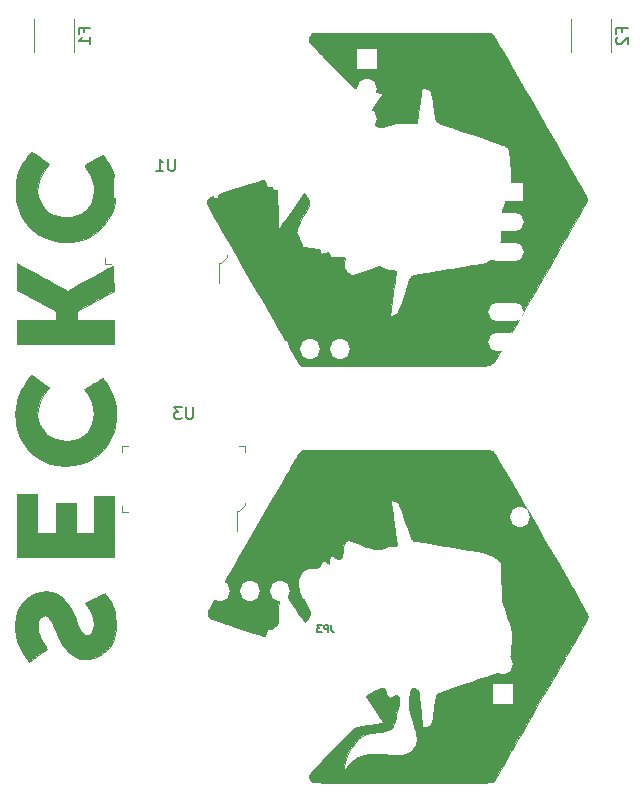
<source format=gbo>
%TF.GenerationSoftware,KiCad,Pcbnew,(5.1.7)-1*%
%TF.CreationDate,2020-11-29T11:49:03-06:00*%
%TF.ProjectId,Programmer Board,50726f67-7261-46d6-9d65-7220426f6172,A*%
%TF.SameCoordinates,Original*%
%TF.FileFunction,Legend,Bot*%
%TF.FilePolarity,Positive*%
%FSLAX46Y46*%
G04 Gerber Fmt 4.6, Leading zero omitted, Abs format (unit mm)*
G04 Created by KiCad (PCBNEW (5.1.7)-1) date 2020-11-29 11:49:03*
%MOMM*%
%LPD*%
G01*
G04 APERTURE LIST*
%ADD10C,0.010000*%
%ADD11C,0.100000*%
%ADD12C,0.120000*%
%ADD13C,0.150000*%
%ADD14C,0.127000*%
%ADD15R,0.450000X1.750000*%
%ADD16O,1.700000X1.700000*%
%ADD17R,1.700000X1.700000*%
%ADD18O,2.300000X1.200000*%
%ADD19C,11.200000*%
%ADD20C,2.200000*%
%ADD21R,2.200000X2.200000*%
%ADD22C,3.180000*%
%ADD23C,1.900000*%
%ADD24R,1.900000X1.900000*%
%ADD25O,3.000000X1.500000*%
%ADD26R,3.000000X1.500000*%
G04 APERTURE END LIST*
D10*
%TO.C,G\u002A\u002A\u002A*%
G36*
X168190431Y-136385121D02*
G01*
X168184993Y-136342938D01*
X168172495Y-136292818D01*
X168150336Y-136229962D01*
X168115918Y-136149571D01*
X168066641Y-136046844D01*
X167999903Y-135916982D01*
X167913107Y-135755185D01*
X167803652Y-135556654D01*
X167668938Y-135316588D01*
X167506366Y-135030189D01*
X167313335Y-134692657D01*
X167087246Y-134299191D01*
X166825500Y-133844992D01*
X166525496Y-133325261D01*
X166322599Y-132974000D01*
X166003934Y-132422389D01*
X165650462Y-131810515D01*
X165269722Y-131151430D01*
X164869255Y-130458187D01*
X164456601Y-129743839D01*
X164039299Y-129021438D01*
X163624890Y-128304037D01*
X163220913Y-127604688D01*
X162834909Y-126936443D01*
X162474417Y-126312356D01*
X162361317Y-126116554D01*
X162010310Y-125509271D01*
X161698837Y-124971342D01*
X161424399Y-124498627D01*
X161184497Y-124086984D01*
X160976632Y-123732272D01*
X160798304Y-123430350D01*
X160647014Y-123177076D01*
X160520264Y-122968309D01*
X160415554Y-122799909D01*
X160330384Y-122667733D01*
X160262256Y-122567641D01*
X160208670Y-122495492D01*
X160167128Y-122447143D01*
X160135129Y-122418455D01*
X160125884Y-122412387D01*
X160107246Y-122402009D01*
X160085757Y-122392504D01*
X160057765Y-122383827D01*
X160019619Y-122375934D01*
X159967666Y-122368783D01*
X159898253Y-122362328D01*
X159807730Y-122356525D01*
X159692443Y-122351333D01*
X159548740Y-122346705D01*
X159372969Y-122342598D01*
X159161478Y-122338969D01*
X158910615Y-122335774D01*
X158616728Y-122332968D01*
X158276164Y-122330509D01*
X157885271Y-122328351D01*
X157440397Y-122326451D01*
X156937889Y-122324766D01*
X156374096Y-122323251D01*
X155745366Y-122321863D01*
X155048045Y-122320557D01*
X154278483Y-122319290D01*
X153433026Y-122318018D01*
X152508023Y-122316697D01*
X152112995Y-122316143D01*
X151039823Y-122314870D01*
X150040034Y-122314159D01*
X149114508Y-122314005D01*
X148264124Y-122314407D01*
X147489759Y-122315360D01*
X146792293Y-122316860D01*
X146172605Y-122318905D01*
X145631572Y-122321492D01*
X145170074Y-122324616D01*
X144788990Y-122328274D01*
X144489197Y-122332463D01*
X144271575Y-122337180D01*
X144137003Y-122342420D01*
X144088812Y-122347218D01*
X143950689Y-122408814D01*
X143829126Y-122500710D01*
X143823696Y-122506409D01*
X143782888Y-122564037D01*
X143704184Y-122688189D01*
X143591729Y-122871894D01*
X143449670Y-123108184D01*
X143282152Y-123390092D01*
X143093320Y-123710648D01*
X142887322Y-124062883D01*
X142668302Y-124439830D01*
X142494757Y-124740167D01*
X142291190Y-125093215D01*
X142050624Y-125510280D01*
X141778421Y-125982075D01*
X141479944Y-126499308D01*
X141160554Y-127052692D01*
X140825614Y-127632936D01*
X140480487Y-128230751D01*
X140130533Y-128836848D01*
X139781115Y-129441938D01*
X139437597Y-130036731D01*
X139110309Y-130603334D01*
X138689833Y-131331206D01*
X138309656Y-131989368D01*
X137967730Y-132581424D01*
X137662008Y-133110979D01*
X137390443Y-133581641D01*
X137150987Y-133997012D01*
X136941594Y-134360700D01*
X136760215Y-134676309D01*
X136604805Y-134947445D01*
X136473315Y-135177713D01*
X136363698Y-135370719D01*
X136273908Y-135530068D01*
X136201896Y-135659366D01*
X136145616Y-135762217D01*
X136103020Y-135842228D01*
X136072062Y-135903003D01*
X136050693Y-135948149D01*
X136036868Y-135981269D01*
X136028537Y-136005971D01*
X136023655Y-136025859D01*
X136020174Y-136044539D01*
X136019948Y-136045794D01*
X136026268Y-136187912D01*
X136077136Y-136339500D01*
X136156006Y-136463105D01*
X136253390Y-136560535D01*
X136278971Y-136577306D01*
X136341485Y-136603350D01*
X136476576Y-136653215D01*
X136676415Y-136724204D01*
X136933173Y-136813617D01*
X137239022Y-136918757D01*
X137586131Y-137036925D01*
X137966672Y-137165423D01*
X138372817Y-137301552D01*
X138599011Y-137376948D01*
X139135573Y-137554586D01*
X139594730Y-137704706D01*
X139978892Y-137828047D01*
X140290465Y-137925344D01*
X140531860Y-137997337D01*
X140705483Y-138044764D01*
X140813744Y-138068360D01*
X140858652Y-138069137D01*
X140902601Y-138010337D01*
X140955785Y-137895783D01*
X141001119Y-137767369D01*
X141067545Y-137595485D01*
X141146783Y-137496811D01*
X141254286Y-137459930D01*
X141400339Y-137472429D01*
X141487644Y-137471086D01*
X141539282Y-137409648D01*
X141550372Y-137382826D01*
X141618356Y-137265041D01*
X141718879Y-137213972D01*
X141789131Y-137207982D01*
X141884350Y-137169705D01*
X141920621Y-137112084D01*
X141930493Y-137048172D01*
X141942441Y-136910225D01*
X141955857Y-136708829D01*
X141970136Y-136454573D01*
X141984668Y-136158045D01*
X141998849Y-135829833D01*
X142008586Y-135577500D01*
X142021954Y-135231580D01*
X142035743Y-134908477D01*
X142049393Y-134619009D01*
X142062342Y-134373990D01*
X142074028Y-134184237D01*
X142083890Y-134060566D01*
X142089505Y-134018688D01*
X142099312Y-133993966D01*
X142116721Y-133986744D01*
X142146073Y-134002520D01*
X142191708Y-134046790D01*
X142257968Y-134125051D01*
X142349194Y-134242802D01*
X142469728Y-134405539D01*
X142623909Y-134618760D01*
X142816080Y-134887961D01*
X143050580Y-135218640D01*
X143166596Y-135382637D01*
X143388975Y-135696510D01*
X143596851Y-135988728D01*
X143785032Y-136252078D01*
X143948325Y-136479346D01*
X144081536Y-136663319D01*
X144179472Y-136796782D01*
X144236940Y-136872523D01*
X144249795Y-136887235D01*
X144287446Y-136865191D01*
X144355454Y-136789080D01*
X144440245Y-136677214D01*
X144528247Y-136547905D01*
X144605885Y-136419465D01*
X144630185Y-136374034D01*
X144679855Y-136218027D01*
X144673998Y-136042840D01*
X144610184Y-135836891D01*
X144485986Y-135588603D01*
X144453774Y-135532993D01*
X144232471Y-135150329D01*
X144055591Y-134825538D01*
X143918437Y-134547530D01*
X143816310Y-134305220D01*
X143744512Y-134087518D01*
X143698345Y-133883338D01*
X143674036Y-133692843D01*
X143666099Y-133540957D01*
X143676000Y-133415316D01*
X143709657Y-133283118D01*
X143772987Y-133111560D01*
X143783789Y-133084453D01*
X143857671Y-132911817D01*
X143933357Y-132754265D01*
X143996731Y-132640799D01*
X144007460Y-132624857D01*
X144138899Y-132494405D01*
X144326006Y-132399724D01*
X144576885Y-132337951D01*
X144899638Y-132306220D01*
X144910166Y-132305718D01*
X145098034Y-132293685D01*
X145259202Y-132277285D01*
X145371422Y-132259094D01*
X145406145Y-132248318D01*
X145463530Y-132185088D01*
X145514061Y-132076111D01*
X145522706Y-132047474D01*
X145582778Y-131891878D01*
X145665408Y-131762592D01*
X145754932Y-131680423D01*
X145812822Y-131662078D01*
X145883837Y-131687389D01*
X145990765Y-131752043D01*
X146069707Y-131810245D01*
X146176246Y-131891231D01*
X146255778Y-131944899D01*
X146283873Y-131958000D01*
X146300843Y-131919974D01*
X146312515Y-131823099D01*
X146315242Y-131753912D01*
X146337898Y-131569007D01*
X146393581Y-131408982D01*
X146472450Y-131296929D01*
X146524387Y-131263227D01*
X146612364Y-131274807D01*
X146728200Y-131363105D01*
X146879160Y-131471866D01*
X147039288Y-131526286D01*
X147189797Y-131525981D01*
X147311899Y-131470566D01*
X147380710Y-131376456D01*
X147404689Y-131284673D01*
X147430789Y-131133170D01*
X147455106Y-130946680D01*
X147467125Y-130829269D01*
X147511413Y-130497578D01*
X147576222Y-130247772D01*
X147661661Y-130079566D01*
X147767839Y-129992675D01*
X147791319Y-129985094D01*
X147939936Y-129976885D01*
X148141933Y-130015152D01*
X148402182Y-130101207D01*
X148725560Y-130236362D01*
X148726794Y-130236917D01*
X149149915Y-130412917D01*
X149548543Y-130546504D01*
X149962205Y-130650669D01*
X150027436Y-130664444D01*
X150295187Y-130712037D01*
X150506998Y-130728326D01*
X150686238Y-130711654D01*
X150856274Y-130660360D01*
X150996790Y-130595637D01*
X151142505Y-130527132D01*
X151273639Y-130483961D01*
X151421794Y-130458732D01*
X151618571Y-130444053D01*
X151651750Y-130442421D01*
X151857349Y-130428274D01*
X151984641Y-130408426D01*
X152039863Y-130381743D01*
X152043333Y-130371307D01*
X152037649Y-130319527D01*
X152021393Y-130192713D01*
X151995759Y-129999677D01*
X151961943Y-129749230D01*
X151921137Y-129450184D01*
X151874538Y-129111349D01*
X151823339Y-128741539D01*
X151787503Y-128484023D01*
X151734116Y-128097416D01*
X151685066Y-127734949D01*
X151641494Y-127405595D01*
X151604541Y-127118329D01*
X151575350Y-126882123D01*
X151555061Y-126705953D01*
X151544817Y-126598793D01*
X151544086Y-126570385D01*
X151556951Y-126534473D01*
X151590730Y-126525957D01*
X151661036Y-126548444D01*
X151783481Y-126605537D01*
X151859028Y-126643118D01*
X152013308Y-126729560D01*
X152143929Y-126819073D01*
X152226057Y-126894334D01*
X152233139Y-126904049D01*
X152263310Y-126969237D01*
X152316409Y-127104642D01*
X152388778Y-127300097D01*
X152476758Y-127545433D01*
X152576691Y-127830484D01*
X152684920Y-128145081D01*
X152769759Y-128395566D01*
X152881302Y-128724724D01*
X152986688Y-129031183D01*
X153082362Y-129304943D01*
X153164763Y-129535998D01*
X153230336Y-129714346D01*
X153275522Y-129829985D01*
X153294103Y-129869873D01*
X153368236Y-129949944D01*
X153428622Y-129984791D01*
X153482390Y-129995285D01*
X153612639Y-130017986D01*
X153812247Y-130051719D01*
X154074092Y-130095312D01*
X154391051Y-130147592D01*
X154756004Y-130207386D01*
X155161826Y-130273521D01*
X155601398Y-130344826D01*
X156067596Y-130420125D01*
X156276666Y-130453794D01*
X156759976Y-130531804D01*
X157225692Y-130607454D01*
X157665905Y-130679430D01*
X158072708Y-130746416D01*
X158438190Y-130807096D01*
X158754444Y-130860156D01*
X159013560Y-130904281D01*
X159207631Y-130938155D01*
X159328747Y-130960462D01*
X159352289Y-130965262D01*
X159520781Y-131016463D01*
X159724755Y-131101113D01*
X159947986Y-131209877D01*
X160174252Y-131333421D01*
X160387329Y-131462413D01*
X160570993Y-131587518D01*
X160709022Y-131699403D01*
X160785192Y-131788734D01*
X160785876Y-131790039D01*
X160804118Y-131839427D01*
X160819950Y-131917036D01*
X160833895Y-132030858D01*
X160846475Y-132188888D01*
X160858211Y-132399119D01*
X160869627Y-132669543D01*
X160881245Y-133008155D01*
X160893586Y-133422947D01*
X160894366Y-133450621D01*
X160908547Y-133901256D01*
X160924195Y-134301085D01*
X160940937Y-134643383D01*
X160958401Y-134921426D01*
X160976214Y-135128491D01*
X160994005Y-135257854D01*
X160994632Y-135260936D01*
X161025760Y-135380743D01*
X161081527Y-135564386D01*
X161156855Y-135796422D01*
X161246669Y-136061406D01*
X161345895Y-136343893D01*
X161398080Y-136488603D01*
X161498486Y-136769385D01*
X161590564Y-137036127D01*
X161669615Y-137274480D01*
X161730943Y-137470097D01*
X161769850Y-137608629D01*
X161779965Y-137655139D01*
X161788805Y-137780596D01*
X161787726Y-137990113D01*
X161776730Y-138283664D01*
X161755818Y-138661224D01*
X161724991Y-139122769D01*
X161719399Y-139200802D01*
X161690006Y-139599491D01*
X161664014Y-139922855D01*
X161639474Y-140180067D01*
X161614436Y-140380299D01*
X161586952Y-140532725D01*
X161555074Y-140646516D01*
X161516853Y-140730846D01*
X161470341Y-140794887D01*
X161413588Y-140847812D01*
X161361159Y-140887135D01*
X161301034Y-140915145D01*
X161167390Y-140967530D01*
X160967033Y-141041889D01*
X160706765Y-141135820D01*
X160393389Y-141246924D01*
X160033711Y-141372799D01*
X159634533Y-141511045D01*
X159202660Y-141659262D01*
X158744894Y-141815049D01*
X158422080Y-141924155D01*
X157952085Y-142082793D01*
X157504341Y-142234363D01*
X157085517Y-142376579D01*
X156702281Y-142507158D01*
X156361300Y-142623814D01*
X156069245Y-142724261D01*
X155832781Y-142806215D01*
X155658579Y-142867390D01*
X155553305Y-142905502D01*
X155524199Y-142917232D01*
X155448209Y-142988443D01*
X155395604Y-143079466D01*
X155376644Y-143153698D01*
X155348024Y-143298846D01*
X155311841Y-143501978D01*
X155270189Y-143750162D01*
X155225161Y-144030469D01*
X155178854Y-144329965D01*
X155133361Y-144635720D01*
X155090777Y-144934802D01*
X155067918Y-145102500D01*
X155009842Y-145377067D01*
X154915799Y-145578405D01*
X154780486Y-145712203D01*
X154598600Y-145784151D01*
X154416909Y-145801000D01*
X154287880Y-145796205D01*
X154219732Y-145775435D01*
X154188920Y-145729112D01*
X154182746Y-145705750D01*
X154173453Y-145639812D01*
X154157834Y-145501359D01*
X154137086Y-145302211D01*
X154112406Y-145054185D01*
X154084993Y-144769100D01*
X154056044Y-144458773D01*
X154052960Y-144425167D01*
X154014726Y-144004979D01*
X153983480Y-143660918D01*
X153957725Y-143384868D01*
X153935965Y-143168716D01*
X153916704Y-143004346D01*
X153898445Y-142883646D01*
X153879692Y-142798500D01*
X153858949Y-142740794D01*
X153834720Y-142702414D01*
X153805507Y-142675245D01*
X153769816Y-142651173D01*
X153726148Y-142622083D01*
X153719589Y-142617350D01*
X153541221Y-142498910D01*
X153411213Y-142441579D01*
X153322170Y-142442743D01*
X153289686Y-142465511D01*
X153253893Y-142537655D01*
X153212031Y-142674508D01*
X153168441Y-142856756D01*
X153127459Y-143065083D01*
X153093426Y-143280173D01*
X153077578Y-143409774D01*
X153068154Y-143742713D01*
X153104754Y-144133418D01*
X153187918Y-144584774D01*
X153318190Y-145099671D01*
X153496112Y-145680995D01*
X153514756Y-145737500D01*
X153593214Y-145978453D01*
X153647633Y-146162150D01*
X153682391Y-146311089D01*
X153701866Y-146447771D01*
X153710435Y-146594694D01*
X153712438Y-146753500D01*
X153710498Y-146957635D01*
X153700578Y-147102310D01*
X153678303Y-147212655D01*
X153639294Y-147313801D01*
X153601848Y-147388500D01*
X153414962Y-147654760D01*
X153165375Y-147865699D01*
X152855062Y-148020638D01*
X152485999Y-148118895D01*
X152060158Y-148159793D01*
X151579515Y-148142651D01*
X151450666Y-148129175D01*
X151044130Y-148088796D01*
X150648858Y-148063379D01*
X150283178Y-148053455D01*
X149965419Y-148059553D01*
X149733254Y-148079488D01*
X149229681Y-148180272D01*
X148780985Y-148338686D01*
X148390273Y-148552790D01*
X148060655Y-148820648D01*
X147795237Y-149140322D01*
X147660032Y-149372141D01*
X147590181Y-149504673D01*
X147544072Y-149572495D01*
X147521067Y-149572290D01*
X147520525Y-149500741D01*
X147541805Y-149354533D01*
X147584267Y-149130349D01*
X147599136Y-149056728D01*
X147743808Y-148496250D01*
X147937282Y-147987239D01*
X148176179Y-147534370D01*
X148457118Y-147142320D01*
X148776721Y-146815763D01*
X149131608Y-146559374D01*
X149518399Y-146377829D01*
X149541347Y-146369829D01*
X149777218Y-146308178D01*
X150085705Y-146258523D01*
X150371166Y-146229220D01*
X150742650Y-146190436D01*
X151040166Y-146137629D01*
X151273994Y-146065201D01*
X151454414Y-145967558D01*
X151591704Y-145839100D01*
X151696144Y-145674232D01*
X151778014Y-145467356D01*
X151779625Y-145462334D01*
X151851729Y-145225735D01*
X151929401Y-144952444D01*
X152007445Y-144662669D01*
X152080664Y-144376619D01*
X152143861Y-144114501D01*
X152191839Y-143896525D01*
X152216244Y-143764482D01*
X152235941Y-143519150D01*
X152215598Y-143314944D01*
X152157827Y-143164789D01*
X152079691Y-143088469D01*
X152015115Y-143068534D01*
X151942322Y-143087626D01*
X151836179Y-143153559D01*
X151809625Y-143172416D01*
X151630214Y-143272982D01*
X151475074Y-143296938D01*
X151341071Y-143242602D01*
X151225071Y-143108287D01*
X151123939Y-142892309D01*
X151087404Y-142784141D01*
X151028738Y-142611506D01*
X150970550Y-142503507D01*
X150896368Y-142454030D01*
X150789719Y-142456959D01*
X150634129Y-142506180D01*
X150491806Y-142563039D01*
X150290874Y-142652811D01*
X150077570Y-142759884D01*
X149869956Y-142873905D01*
X149686093Y-142984524D01*
X149544042Y-143081388D01*
X149463109Y-143152626D01*
X149455707Y-143181056D01*
X149469035Y-143231541D01*
X149507311Y-143311016D01*
X149574754Y-143426415D01*
X149675582Y-143584672D01*
X149814013Y-143792723D01*
X149994266Y-144057501D01*
X150160363Y-144298822D01*
X150344189Y-144566160D01*
X150510701Y-144810400D01*
X150654240Y-145023074D01*
X150769146Y-145195714D01*
X150849757Y-145319851D01*
X150890414Y-145387016D01*
X150894072Y-145396535D01*
X150849065Y-145408331D01*
X150736841Y-145430917D01*
X150573701Y-145461179D01*
X150375944Y-145496005D01*
X150350000Y-145500456D01*
X150112221Y-145541266D01*
X149822651Y-145591171D01*
X149512904Y-145644712D01*
X149214596Y-145696428D01*
X149122333Y-145712463D01*
X148423833Y-145833951D01*
X147852333Y-146428147D01*
X147694394Y-146591868D01*
X147487454Y-146805629D01*
X147241709Y-147058937D01*
X146967355Y-147341300D01*
X146674589Y-147642226D01*
X146373608Y-147951223D01*
X146074607Y-148257797D01*
X146000942Y-148333262D01*
X145729493Y-148612855D01*
X145475700Y-148877268D01*
X145245912Y-149119669D01*
X145046476Y-149333223D01*
X144883742Y-149511096D01*
X144764058Y-149646454D01*
X144693773Y-149732464D01*
X144678025Y-149757347D01*
X144637584Y-149965565D01*
X144680573Y-150162157D01*
X144717953Y-150233362D01*
X144735751Y-150266330D01*
X144749622Y-150296478D01*
X144763244Y-150323930D01*
X144780295Y-150348813D01*
X144804451Y-150371252D01*
X144839391Y-150391372D01*
X144888791Y-150409299D01*
X144956330Y-150425158D01*
X145045685Y-150439075D01*
X145160534Y-150451175D01*
X145304553Y-150461584D01*
X145481422Y-150470427D01*
X145694816Y-150477830D01*
X145948414Y-150483918D01*
X146245893Y-150488817D01*
X146590931Y-150492652D01*
X146987205Y-150495549D01*
X147438393Y-150497633D01*
X147948173Y-150499029D01*
X148520221Y-150499864D01*
X149158216Y-150500261D01*
X149865835Y-150500349D01*
X150646755Y-150500251D01*
X151504654Y-150500093D01*
X152443210Y-150500000D01*
X152532116Y-150500000D01*
X153470462Y-150499953D01*
X154327823Y-150499788D01*
X155107883Y-150499472D01*
X155814323Y-150498972D01*
X156450826Y-150498255D01*
X157021074Y-150497288D01*
X157528749Y-150496038D01*
X157977533Y-150494471D01*
X158371110Y-150492554D01*
X158713161Y-150490254D01*
X159007369Y-150487538D01*
X159257416Y-150484373D01*
X159466984Y-150480726D01*
X159639756Y-150476562D01*
X159779413Y-150471850D01*
X159889639Y-150466555D01*
X159974116Y-150460646D01*
X160036525Y-150454088D01*
X160080550Y-150446848D01*
X160109873Y-150438894D01*
X160125948Y-150431569D01*
X160229096Y-150352454D01*
X160298786Y-150272819D01*
X160315569Y-150244971D01*
X160349666Y-150187050D01*
X160402436Y-150096706D01*
X160475239Y-149971588D01*
X160569432Y-149809347D01*
X160686375Y-149607631D01*
X160827426Y-149364092D01*
X160993946Y-149076377D01*
X161187292Y-148742139D01*
X161408823Y-148359025D01*
X161659899Y-147924686D01*
X161941878Y-147436771D01*
X162256119Y-146892931D01*
X162603981Y-146290815D01*
X162986824Y-145628073D01*
X163406005Y-144902354D01*
X163862884Y-144111309D01*
X164358820Y-143252587D01*
X164895172Y-142323838D01*
X165124049Y-141927500D01*
X165415365Y-141423139D01*
X165707757Y-140917106D01*
X165996568Y-140417450D01*
X166277142Y-139932217D01*
X166544824Y-139469455D01*
X166794958Y-139037210D01*
X167022887Y-138643530D01*
X167223955Y-138296461D01*
X167393507Y-138004051D01*
X167526886Y-137774347D01*
X167561206Y-137715334D01*
X167742921Y-137402080D01*
X167886030Y-137152272D01*
X167995110Y-136956529D01*
X168074739Y-136805470D01*
X168129496Y-136689718D01*
X168163959Y-136599891D01*
X168182706Y-136526609D01*
X168190316Y-136460493D01*
X168191409Y-136424167D01*
X168190431Y-136385121D01*
G37*
X168190431Y-136385121D02*
X168184993Y-136342938D01*
X168172495Y-136292818D01*
X168150336Y-136229962D01*
X168115918Y-136149571D01*
X168066641Y-136046844D01*
X167999903Y-135916982D01*
X167913107Y-135755185D01*
X167803652Y-135556654D01*
X167668938Y-135316588D01*
X167506366Y-135030189D01*
X167313335Y-134692657D01*
X167087246Y-134299191D01*
X166825500Y-133844992D01*
X166525496Y-133325261D01*
X166322599Y-132974000D01*
X166003934Y-132422389D01*
X165650462Y-131810515D01*
X165269722Y-131151430D01*
X164869255Y-130458187D01*
X164456601Y-129743839D01*
X164039299Y-129021438D01*
X163624890Y-128304037D01*
X163220913Y-127604688D01*
X162834909Y-126936443D01*
X162474417Y-126312356D01*
X162361317Y-126116554D01*
X162010310Y-125509271D01*
X161698837Y-124971342D01*
X161424399Y-124498627D01*
X161184497Y-124086984D01*
X160976632Y-123732272D01*
X160798304Y-123430350D01*
X160647014Y-123177076D01*
X160520264Y-122968309D01*
X160415554Y-122799909D01*
X160330384Y-122667733D01*
X160262256Y-122567641D01*
X160208670Y-122495492D01*
X160167128Y-122447143D01*
X160135129Y-122418455D01*
X160125884Y-122412387D01*
X160107246Y-122402009D01*
X160085757Y-122392504D01*
X160057765Y-122383827D01*
X160019619Y-122375934D01*
X159967666Y-122368783D01*
X159898253Y-122362328D01*
X159807730Y-122356525D01*
X159692443Y-122351333D01*
X159548740Y-122346705D01*
X159372969Y-122342598D01*
X159161478Y-122338969D01*
X158910615Y-122335774D01*
X158616728Y-122332968D01*
X158276164Y-122330509D01*
X157885271Y-122328351D01*
X157440397Y-122326451D01*
X156937889Y-122324766D01*
X156374096Y-122323251D01*
X155745366Y-122321863D01*
X155048045Y-122320557D01*
X154278483Y-122319290D01*
X153433026Y-122318018D01*
X152508023Y-122316697D01*
X152112995Y-122316143D01*
X151039823Y-122314870D01*
X150040034Y-122314159D01*
X149114508Y-122314005D01*
X148264124Y-122314407D01*
X147489759Y-122315360D01*
X146792293Y-122316860D01*
X146172605Y-122318905D01*
X145631572Y-122321492D01*
X145170074Y-122324616D01*
X144788990Y-122328274D01*
X144489197Y-122332463D01*
X144271575Y-122337180D01*
X144137003Y-122342420D01*
X144088812Y-122347218D01*
X143950689Y-122408814D01*
X143829126Y-122500710D01*
X143823696Y-122506409D01*
X143782888Y-122564037D01*
X143704184Y-122688189D01*
X143591729Y-122871894D01*
X143449670Y-123108184D01*
X143282152Y-123390092D01*
X143093320Y-123710648D01*
X142887322Y-124062883D01*
X142668302Y-124439830D01*
X142494757Y-124740167D01*
X142291190Y-125093215D01*
X142050624Y-125510280D01*
X141778421Y-125982075D01*
X141479944Y-126499308D01*
X141160554Y-127052692D01*
X140825614Y-127632936D01*
X140480487Y-128230751D01*
X140130533Y-128836848D01*
X139781115Y-129441938D01*
X139437597Y-130036731D01*
X139110309Y-130603334D01*
X138689833Y-131331206D01*
X138309656Y-131989368D01*
X137967730Y-132581424D01*
X137662008Y-133110979D01*
X137390443Y-133581641D01*
X137150987Y-133997012D01*
X136941594Y-134360700D01*
X136760215Y-134676309D01*
X136604805Y-134947445D01*
X136473315Y-135177713D01*
X136363698Y-135370719D01*
X136273908Y-135530068D01*
X136201896Y-135659366D01*
X136145616Y-135762217D01*
X136103020Y-135842228D01*
X136072062Y-135903003D01*
X136050693Y-135948149D01*
X136036868Y-135981269D01*
X136028537Y-136005971D01*
X136023655Y-136025859D01*
X136020174Y-136044539D01*
X136019948Y-136045794D01*
X136026268Y-136187912D01*
X136077136Y-136339500D01*
X136156006Y-136463105D01*
X136253390Y-136560535D01*
X136278971Y-136577306D01*
X136341485Y-136603350D01*
X136476576Y-136653215D01*
X136676415Y-136724204D01*
X136933173Y-136813617D01*
X137239022Y-136918757D01*
X137586131Y-137036925D01*
X137966672Y-137165423D01*
X138372817Y-137301552D01*
X138599011Y-137376948D01*
X139135573Y-137554586D01*
X139594730Y-137704706D01*
X139978892Y-137828047D01*
X140290465Y-137925344D01*
X140531860Y-137997337D01*
X140705483Y-138044764D01*
X140813744Y-138068360D01*
X140858652Y-138069137D01*
X140902601Y-138010337D01*
X140955785Y-137895783D01*
X141001119Y-137767369D01*
X141067545Y-137595485D01*
X141146783Y-137496811D01*
X141254286Y-137459930D01*
X141400339Y-137472429D01*
X141487644Y-137471086D01*
X141539282Y-137409648D01*
X141550372Y-137382826D01*
X141618356Y-137265041D01*
X141718879Y-137213972D01*
X141789131Y-137207982D01*
X141884350Y-137169705D01*
X141920621Y-137112084D01*
X141930493Y-137048172D01*
X141942441Y-136910225D01*
X141955857Y-136708829D01*
X141970136Y-136454573D01*
X141984668Y-136158045D01*
X141998849Y-135829833D01*
X142008586Y-135577500D01*
X142021954Y-135231580D01*
X142035743Y-134908477D01*
X142049393Y-134619009D01*
X142062342Y-134373990D01*
X142074028Y-134184237D01*
X142083890Y-134060566D01*
X142089505Y-134018688D01*
X142099312Y-133993966D01*
X142116721Y-133986744D01*
X142146073Y-134002520D01*
X142191708Y-134046790D01*
X142257968Y-134125051D01*
X142349194Y-134242802D01*
X142469728Y-134405539D01*
X142623909Y-134618760D01*
X142816080Y-134887961D01*
X143050580Y-135218640D01*
X143166596Y-135382637D01*
X143388975Y-135696510D01*
X143596851Y-135988728D01*
X143785032Y-136252078D01*
X143948325Y-136479346D01*
X144081536Y-136663319D01*
X144179472Y-136796782D01*
X144236940Y-136872523D01*
X144249795Y-136887235D01*
X144287446Y-136865191D01*
X144355454Y-136789080D01*
X144440245Y-136677214D01*
X144528247Y-136547905D01*
X144605885Y-136419465D01*
X144630185Y-136374034D01*
X144679855Y-136218027D01*
X144673998Y-136042840D01*
X144610184Y-135836891D01*
X144485986Y-135588603D01*
X144453774Y-135532993D01*
X144232471Y-135150329D01*
X144055591Y-134825538D01*
X143918437Y-134547530D01*
X143816310Y-134305220D01*
X143744512Y-134087518D01*
X143698345Y-133883338D01*
X143674036Y-133692843D01*
X143666099Y-133540957D01*
X143676000Y-133415316D01*
X143709657Y-133283118D01*
X143772987Y-133111560D01*
X143783789Y-133084453D01*
X143857671Y-132911817D01*
X143933357Y-132754265D01*
X143996731Y-132640799D01*
X144007460Y-132624857D01*
X144138899Y-132494405D01*
X144326006Y-132399724D01*
X144576885Y-132337951D01*
X144899638Y-132306220D01*
X144910166Y-132305718D01*
X145098034Y-132293685D01*
X145259202Y-132277285D01*
X145371422Y-132259094D01*
X145406145Y-132248318D01*
X145463530Y-132185088D01*
X145514061Y-132076111D01*
X145522706Y-132047474D01*
X145582778Y-131891878D01*
X145665408Y-131762592D01*
X145754932Y-131680423D01*
X145812822Y-131662078D01*
X145883837Y-131687389D01*
X145990765Y-131752043D01*
X146069707Y-131810245D01*
X146176246Y-131891231D01*
X146255778Y-131944899D01*
X146283873Y-131958000D01*
X146300843Y-131919974D01*
X146312515Y-131823099D01*
X146315242Y-131753912D01*
X146337898Y-131569007D01*
X146393581Y-131408982D01*
X146472450Y-131296929D01*
X146524387Y-131263227D01*
X146612364Y-131274807D01*
X146728200Y-131363105D01*
X146879160Y-131471866D01*
X147039288Y-131526286D01*
X147189797Y-131525981D01*
X147311899Y-131470566D01*
X147380710Y-131376456D01*
X147404689Y-131284673D01*
X147430789Y-131133170D01*
X147455106Y-130946680D01*
X147467125Y-130829269D01*
X147511413Y-130497578D01*
X147576222Y-130247772D01*
X147661661Y-130079566D01*
X147767839Y-129992675D01*
X147791319Y-129985094D01*
X147939936Y-129976885D01*
X148141933Y-130015152D01*
X148402182Y-130101207D01*
X148725560Y-130236362D01*
X148726794Y-130236917D01*
X149149915Y-130412917D01*
X149548543Y-130546504D01*
X149962205Y-130650669D01*
X150027436Y-130664444D01*
X150295187Y-130712037D01*
X150506998Y-130728326D01*
X150686238Y-130711654D01*
X150856274Y-130660360D01*
X150996790Y-130595637D01*
X151142505Y-130527132D01*
X151273639Y-130483961D01*
X151421794Y-130458732D01*
X151618571Y-130444053D01*
X151651750Y-130442421D01*
X151857349Y-130428274D01*
X151984641Y-130408426D01*
X152039863Y-130381743D01*
X152043333Y-130371307D01*
X152037649Y-130319527D01*
X152021393Y-130192713D01*
X151995759Y-129999677D01*
X151961943Y-129749230D01*
X151921137Y-129450184D01*
X151874538Y-129111349D01*
X151823339Y-128741539D01*
X151787503Y-128484023D01*
X151734116Y-128097416D01*
X151685066Y-127734949D01*
X151641494Y-127405595D01*
X151604541Y-127118329D01*
X151575350Y-126882123D01*
X151555061Y-126705953D01*
X151544817Y-126598793D01*
X151544086Y-126570385D01*
X151556951Y-126534473D01*
X151590730Y-126525957D01*
X151661036Y-126548444D01*
X151783481Y-126605537D01*
X151859028Y-126643118D01*
X152013308Y-126729560D01*
X152143929Y-126819073D01*
X152226057Y-126894334D01*
X152233139Y-126904049D01*
X152263310Y-126969237D01*
X152316409Y-127104642D01*
X152388778Y-127300097D01*
X152476758Y-127545433D01*
X152576691Y-127830484D01*
X152684920Y-128145081D01*
X152769759Y-128395566D01*
X152881302Y-128724724D01*
X152986688Y-129031183D01*
X153082362Y-129304943D01*
X153164763Y-129535998D01*
X153230336Y-129714346D01*
X153275522Y-129829985D01*
X153294103Y-129869873D01*
X153368236Y-129949944D01*
X153428622Y-129984791D01*
X153482390Y-129995285D01*
X153612639Y-130017986D01*
X153812247Y-130051719D01*
X154074092Y-130095312D01*
X154391051Y-130147592D01*
X154756004Y-130207386D01*
X155161826Y-130273521D01*
X155601398Y-130344826D01*
X156067596Y-130420125D01*
X156276666Y-130453794D01*
X156759976Y-130531804D01*
X157225692Y-130607454D01*
X157665905Y-130679430D01*
X158072708Y-130746416D01*
X158438190Y-130807096D01*
X158754444Y-130860156D01*
X159013560Y-130904281D01*
X159207631Y-130938155D01*
X159328747Y-130960462D01*
X159352289Y-130965262D01*
X159520781Y-131016463D01*
X159724755Y-131101113D01*
X159947986Y-131209877D01*
X160174252Y-131333421D01*
X160387329Y-131462413D01*
X160570993Y-131587518D01*
X160709022Y-131699403D01*
X160785192Y-131788734D01*
X160785876Y-131790039D01*
X160804118Y-131839427D01*
X160819950Y-131917036D01*
X160833895Y-132030858D01*
X160846475Y-132188888D01*
X160858211Y-132399119D01*
X160869627Y-132669543D01*
X160881245Y-133008155D01*
X160893586Y-133422947D01*
X160894366Y-133450621D01*
X160908547Y-133901256D01*
X160924195Y-134301085D01*
X160940937Y-134643383D01*
X160958401Y-134921426D01*
X160976214Y-135128491D01*
X160994005Y-135257854D01*
X160994632Y-135260936D01*
X161025760Y-135380743D01*
X161081527Y-135564386D01*
X161156855Y-135796422D01*
X161246669Y-136061406D01*
X161345895Y-136343893D01*
X161398080Y-136488603D01*
X161498486Y-136769385D01*
X161590564Y-137036127D01*
X161669615Y-137274480D01*
X161730943Y-137470097D01*
X161769850Y-137608629D01*
X161779965Y-137655139D01*
X161788805Y-137780596D01*
X161787726Y-137990113D01*
X161776730Y-138283664D01*
X161755818Y-138661224D01*
X161724991Y-139122769D01*
X161719399Y-139200802D01*
X161690006Y-139599491D01*
X161664014Y-139922855D01*
X161639474Y-140180067D01*
X161614436Y-140380299D01*
X161586952Y-140532725D01*
X161555074Y-140646516D01*
X161516853Y-140730846D01*
X161470341Y-140794887D01*
X161413588Y-140847812D01*
X161361159Y-140887135D01*
X161301034Y-140915145D01*
X161167390Y-140967530D01*
X160967033Y-141041889D01*
X160706765Y-141135820D01*
X160393389Y-141246924D01*
X160033711Y-141372799D01*
X159634533Y-141511045D01*
X159202660Y-141659262D01*
X158744894Y-141815049D01*
X158422080Y-141924155D01*
X157952085Y-142082793D01*
X157504341Y-142234363D01*
X157085517Y-142376579D01*
X156702281Y-142507158D01*
X156361300Y-142623814D01*
X156069245Y-142724261D01*
X155832781Y-142806215D01*
X155658579Y-142867390D01*
X155553305Y-142905502D01*
X155524199Y-142917232D01*
X155448209Y-142988443D01*
X155395604Y-143079466D01*
X155376644Y-143153698D01*
X155348024Y-143298846D01*
X155311841Y-143501978D01*
X155270189Y-143750162D01*
X155225161Y-144030469D01*
X155178854Y-144329965D01*
X155133361Y-144635720D01*
X155090777Y-144934802D01*
X155067918Y-145102500D01*
X155009842Y-145377067D01*
X154915799Y-145578405D01*
X154780486Y-145712203D01*
X154598600Y-145784151D01*
X154416909Y-145801000D01*
X154287880Y-145796205D01*
X154219732Y-145775435D01*
X154188920Y-145729112D01*
X154182746Y-145705750D01*
X154173453Y-145639812D01*
X154157834Y-145501359D01*
X154137086Y-145302211D01*
X154112406Y-145054185D01*
X154084993Y-144769100D01*
X154056044Y-144458773D01*
X154052960Y-144425167D01*
X154014726Y-144004979D01*
X153983480Y-143660918D01*
X153957725Y-143384868D01*
X153935965Y-143168716D01*
X153916704Y-143004346D01*
X153898445Y-142883646D01*
X153879692Y-142798500D01*
X153858949Y-142740794D01*
X153834720Y-142702414D01*
X153805507Y-142675245D01*
X153769816Y-142651173D01*
X153726148Y-142622083D01*
X153719589Y-142617350D01*
X153541221Y-142498910D01*
X153411213Y-142441579D01*
X153322170Y-142442743D01*
X153289686Y-142465511D01*
X153253893Y-142537655D01*
X153212031Y-142674508D01*
X153168441Y-142856756D01*
X153127459Y-143065083D01*
X153093426Y-143280173D01*
X153077578Y-143409774D01*
X153068154Y-143742713D01*
X153104754Y-144133418D01*
X153187918Y-144584774D01*
X153318190Y-145099671D01*
X153496112Y-145680995D01*
X153514756Y-145737500D01*
X153593214Y-145978453D01*
X153647633Y-146162150D01*
X153682391Y-146311089D01*
X153701866Y-146447771D01*
X153710435Y-146594694D01*
X153712438Y-146753500D01*
X153710498Y-146957635D01*
X153700578Y-147102310D01*
X153678303Y-147212655D01*
X153639294Y-147313801D01*
X153601848Y-147388500D01*
X153414962Y-147654760D01*
X153165375Y-147865699D01*
X152855062Y-148020638D01*
X152485999Y-148118895D01*
X152060158Y-148159793D01*
X151579515Y-148142651D01*
X151450666Y-148129175D01*
X151044130Y-148088796D01*
X150648858Y-148063379D01*
X150283178Y-148053455D01*
X149965419Y-148059553D01*
X149733254Y-148079488D01*
X149229681Y-148180272D01*
X148780985Y-148338686D01*
X148390273Y-148552790D01*
X148060655Y-148820648D01*
X147795237Y-149140322D01*
X147660032Y-149372141D01*
X147590181Y-149504673D01*
X147544072Y-149572495D01*
X147521067Y-149572290D01*
X147520525Y-149500741D01*
X147541805Y-149354533D01*
X147584267Y-149130349D01*
X147599136Y-149056728D01*
X147743808Y-148496250D01*
X147937282Y-147987239D01*
X148176179Y-147534370D01*
X148457118Y-147142320D01*
X148776721Y-146815763D01*
X149131608Y-146559374D01*
X149518399Y-146377829D01*
X149541347Y-146369829D01*
X149777218Y-146308178D01*
X150085705Y-146258523D01*
X150371166Y-146229220D01*
X150742650Y-146190436D01*
X151040166Y-146137629D01*
X151273994Y-146065201D01*
X151454414Y-145967558D01*
X151591704Y-145839100D01*
X151696144Y-145674232D01*
X151778014Y-145467356D01*
X151779625Y-145462334D01*
X151851729Y-145225735D01*
X151929401Y-144952444D01*
X152007445Y-144662669D01*
X152080664Y-144376619D01*
X152143861Y-144114501D01*
X152191839Y-143896525D01*
X152216244Y-143764482D01*
X152235941Y-143519150D01*
X152215598Y-143314944D01*
X152157827Y-143164789D01*
X152079691Y-143088469D01*
X152015115Y-143068534D01*
X151942322Y-143087626D01*
X151836179Y-143153559D01*
X151809625Y-143172416D01*
X151630214Y-143272982D01*
X151475074Y-143296938D01*
X151341071Y-143242602D01*
X151225071Y-143108287D01*
X151123939Y-142892309D01*
X151087404Y-142784141D01*
X151028738Y-142611506D01*
X150970550Y-142503507D01*
X150896368Y-142454030D01*
X150789719Y-142456959D01*
X150634129Y-142506180D01*
X150491806Y-142563039D01*
X150290874Y-142652811D01*
X150077570Y-142759884D01*
X149869956Y-142873905D01*
X149686093Y-142984524D01*
X149544042Y-143081388D01*
X149463109Y-143152626D01*
X149455707Y-143181056D01*
X149469035Y-143231541D01*
X149507311Y-143311016D01*
X149574754Y-143426415D01*
X149675582Y-143584672D01*
X149814013Y-143792723D01*
X149994266Y-144057501D01*
X150160363Y-144298822D01*
X150344189Y-144566160D01*
X150510701Y-144810400D01*
X150654240Y-145023074D01*
X150769146Y-145195714D01*
X150849757Y-145319851D01*
X150890414Y-145387016D01*
X150894072Y-145396535D01*
X150849065Y-145408331D01*
X150736841Y-145430917D01*
X150573701Y-145461179D01*
X150375944Y-145496005D01*
X150350000Y-145500456D01*
X150112221Y-145541266D01*
X149822651Y-145591171D01*
X149512904Y-145644712D01*
X149214596Y-145696428D01*
X149122333Y-145712463D01*
X148423833Y-145833951D01*
X147852333Y-146428147D01*
X147694394Y-146591868D01*
X147487454Y-146805629D01*
X147241709Y-147058937D01*
X146967355Y-147341300D01*
X146674589Y-147642226D01*
X146373608Y-147951223D01*
X146074607Y-148257797D01*
X146000942Y-148333262D01*
X145729493Y-148612855D01*
X145475700Y-148877268D01*
X145245912Y-149119669D01*
X145046476Y-149333223D01*
X144883742Y-149511096D01*
X144764058Y-149646454D01*
X144693773Y-149732464D01*
X144678025Y-149757347D01*
X144637584Y-149965565D01*
X144680573Y-150162157D01*
X144717953Y-150233362D01*
X144735751Y-150266330D01*
X144749622Y-150296478D01*
X144763244Y-150323930D01*
X144780295Y-150348813D01*
X144804451Y-150371252D01*
X144839391Y-150391372D01*
X144888791Y-150409299D01*
X144956330Y-150425158D01*
X145045685Y-150439075D01*
X145160534Y-150451175D01*
X145304553Y-150461584D01*
X145481422Y-150470427D01*
X145694816Y-150477830D01*
X145948414Y-150483918D01*
X146245893Y-150488817D01*
X146590931Y-150492652D01*
X146987205Y-150495549D01*
X147438393Y-150497633D01*
X147948173Y-150499029D01*
X148520221Y-150499864D01*
X149158216Y-150500261D01*
X149865835Y-150500349D01*
X150646755Y-150500251D01*
X151504654Y-150500093D01*
X152443210Y-150500000D01*
X152532116Y-150500000D01*
X153470462Y-150499953D01*
X154327823Y-150499788D01*
X155107883Y-150499472D01*
X155814323Y-150498972D01*
X156450826Y-150498255D01*
X157021074Y-150497288D01*
X157528749Y-150496038D01*
X157977533Y-150494471D01*
X158371110Y-150492554D01*
X158713161Y-150490254D01*
X159007369Y-150487538D01*
X159257416Y-150484373D01*
X159466984Y-150480726D01*
X159639756Y-150476562D01*
X159779413Y-150471850D01*
X159889639Y-150466555D01*
X159974116Y-150460646D01*
X160036525Y-150454088D01*
X160080550Y-150446848D01*
X160109873Y-150438894D01*
X160125948Y-150431569D01*
X160229096Y-150352454D01*
X160298786Y-150272819D01*
X160315569Y-150244971D01*
X160349666Y-150187050D01*
X160402436Y-150096706D01*
X160475239Y-149971588D01*
X160569432Y-149809347D01*
X160686375Y-149607631D01*
X160827426Y-149364092D01*
X160993946Y-149076377D01*
X161187292Y-148742139D01*
X161408823Y-148359025D01*
X161659899Y-147924686D01*
X161941878Y-147436771D01*
X162256119Y-146892931D01*
X162603981Y-146290815D01*
X162986824Y-145628073D01*
X163406005Y-144902354D01*
X163862884Y-144111309D01*
X164358820Y-143252587D01*
X164895172Y-142323838D01*
X165124049Y-141927500D01*
X165415365Y-141423139D01*
X165707757Y-140917106D01*
X165996568Y-140417450D01*
X166277142Y-139932217D01*
X166544824Y-139469455D01*
X166794958Y-139037210D01*
X167022887Y-138643530D01*
X167223955Y-138296461D01*
X167393507Y-138004051D01*
X167526886Y-137774347D01*
X167561206Y-137715334D01*
X167742921Y-137402080D01*
X167886030Y-137152272D01*
X167995110Y-136956529D01*
X168074739Y-136805470D01*
X168129496Y-136689718D01*
X168163959Y-136599891D01*
X168182706Y-136526609D01*
X168190316Y-136460493D01*
X168191409Y-136424167D01*
X168190431Y-136385121D01*
G36*
X168176245Y-101146826D02*
G01*
X168168126Y-101109234D01*
X168151750Y-101059386D01*
X168125747Y-100994813D01*
X168088744Y-100913049D01*
X168039368Y-100811625D01*
X167976247Y-100688075D01*
X167898010Y-100539932D01*
X167803283Y-100364726D01*
X167690695Y-100159993D01*
X167558873Y-99923262D01*
X167406445Y-99652069D01*
X167232038Y-99343944D01*
X167034282Y-98996421D01*
X166811803Y-98607033D01*
X166563229Y-98173311D01*
X166287187Y-97692788D01*
X165982307Y-97162998D01*
X165647215Y-96581472D01*
X165280538Y-95945743D01*
X164880906Y-95253344D01*
X164446946Y-94501807D01*
X163977285Y-93688665D01*
X163470551Y-92811450D01*
X162925372Y-91867696D01*
X162340376Y-90854934D01*
X161862107Y-90026834D01*
X161542030Y-89473418D01*
X161261147Y-88989645D01*
X161016993Y-88571449D01*
X160807104Y-88214765D01*
X160629015Y-87915526D01*
X160480262Y-87669665D01*
X160358380Y-87473118D01*
X160260906Y-87321818D01*
X160185374Y-87211698D01*
X160129321Y-87138693D01*
X160090282Y-87098737D01*
X160085112Y-87094905D01*
X159946122Y-86999310D01*
X152414305Y-87010239D01*
X144882489Y-87021167D01*
X144737578Y-87179295D01*
X144646663Y-87291802D01*
X144604092Y-87395089D01*
X144592744Y-87533238D01*
X144592666Y-87552405D01*
X144592666Y-87767386D01*
X145267149Y-88473776D01*
X145453471Y-88667721D01*
X145687885Y-88909834D01*
X145958790Y-89188237D01*
X146254586Y-89491056D01*
X146563670Y-89806415D01*
X146874443Y-90122437D01*
X147175303Y-90427247D01*
X147182733Y-90434758D01*
X148423833Y-91689348D01*
X149630333Y-91890878D01*
X149938711Y-91942586D01*
X150218687Y-91989910D01*
X150459742Y-92031042D01*
X150651352Y-92064173D01*
X150782998Y-92087494D01*
X150844156Y-92099196D01*
X150847175Y-92100073D01*
X150828111Y-92135533D01*
X150768697Y-92227921D01*
X150677164Y-92364823D01*
X150561745Y-92533826D01*
X150507391Y-92612453D01*
X150353822Y-92834254D01*
X150171920Y-93097642D01*
X149981186Y-93374346D01*
X149801118Y-93636093D01*
X149744718Y-93718218D01*
X149332170Y-94319270D01*
X149586806Y-94492190D01*
X149767261Y-94606068D01*
X149969664Y-94719930D01*
X150175788Y-94825013D01*
X150367406Y-94912559D01*
X150526293Y-94973806D01*
X150634221Y-94999994D01*
X150644094Y-95000365D01*
X150735526Y-94987694D01*
X150879049Y-94954750D01*
X151046472Y-94908150D01*
X151077801Y-94898565D01*
X151426897Y-94794438D01*
X151721933Y-94718536D01*
X151987377Y-94667428D01*
X152247692Y-94637680D01*
X152527344Y-94625858D01*
X152850800Y-94628531D01*
X152976235Y-94632168D01*
X153718637Y-94656433D01*
X153916689Y-93218374D01*
X153964175Y-92878046D01*
X154009198Y-92563834D01*
X154050233Y-92285741D01*
X154085755Y-92053768D01*
X154114241Y-91877917D01*
X154134165Y-91768191D01*
X154142772Y-91734961D01*
X154201243Y-91710856D01*
X154325494Y-91703552D01*
X154421436Y-91707735D01*
X154578979Y-91726462D01*
X154686203Y-91763400D01*
X154777314Y-91831806D01*
X154801078Y-91854873D01*
X154837220Y-91893990D01*
X154868892Y-91938786D01*
X154897830Y-91997288D01*
X154925768Y-92077526D01*
X154954440Y-92187529D01*
X154985580Y-92335327D01*
X155020922Y-92528947D01*
X155062202Y-92776419D01*
X155111152Y-93085771D01*
X155169508Y-93465034D01*
X155218635Y-93787961D01*
X155260941Y-94051504D01*
X155297958Y-94243921D01*
X155333006Y-94378311D01*
X155369407Y-94467776D01*
X155403759Y-94518131D01*
X155444180Y-94549103D01*
X155521807Y-94589705D01*
X155642257Y-94642016D01*
X155811148Y-94708114D01*
X156034096Y-94790078D01*
X156316719Y-94889987D01*
X156664635Y-95009920D01*
X157083460Y-95151956D01*
X157440833Y-95272009D01*
X158088418Y-95488838D01*
X158660614Y-95680506D01*
X159162258Y-95848911D01*
X159598187Y-95995949D01*
X159973239Y-96123518D01*
X160292250Y-96233516D01*
X160560058Y-96327840D01*
X160781501Y-96408388D01*
X160961414Y-96477056D01*
X161104636Y-96535742D01*
X161216004Y-96586345D01*
X161300355Y-96630760D01*
X161362526Y-96670886D01*
X161407355Y-96708620D01*
X161439678Y-96745859D01*
X161464333Y-96784501D01*
X161486157Y-96826444D01*
X161506435Y-96866765D01*
X161526186Y-96941730D01*
X161548820Y-97088545D01*
X161573390Y-97294478D01*
X161598950Y-97546800D01*
X161624553Y-97832780D01*
X161649252Y-98139687D01*
X161672102Y-98454790D01*
X161692154Y-98765360D01*
X161708463Y-99058665D01*
X161720082Y-99321975D01*
X161726065Y-99542559D01*
X161725465Y-99707687D01*
X161722171Y-99768169D01*
X161693592Y-99935805D01*
X161634337Y-100161904D01*
X161549526Y-100428201D01*
X161490720Y-100593669D01*
X161338364Y-101008968D01*
X161214008Y-101352386D01*
X161115186Y-101631040D01*
X161039433Y-101852044D01*
X160984286Y-102022516D01*
X160947278Y-102149570D01*
X160935130Y-102197667D01*
X160922674Y-102286948D01*
X160908863Y-102448763D01*
X160894379Y-102671005D01*
X160879907Y-102941565D01*
X160866129Y-103248337D01*
X160853728Y-103579211D01*
X160849119Y-103721667D01*
X160835051Y-104174065D01*
X160822919Y-104549570D01*
X160812223Y-104855919D01*
X160802461Y-105100852D01*
X160793133Y-105292105D01*
X160783738Y-105437418D01*
X160773774Y-105544528D01*
X160762742Y-105621174D01*
X160750140Y-105675093D01*
X160735466Y-105714025D01*
X160718222Y-105745706D01*
X160718091Y-105745919D01*
X160661181Y-105801877D01*
X160545915Y-105889201D01*
X160387794Y-105997864D01*
X160202322Y-106117841D01*
X160005000Y-106239105D01*
X159811330Y-106351630D01*
X159636817Y-106445389D01*
X159635687Y-106445962D01*
X159593419Y-106463902D01*
X159531723Y-106483406D01*
X159444484Y-106505583D01*
X159325592Y-106531539D01*
X159168932Y-106562384D01*
X158968394Y-106599224D01*
X158717865Y-106643168D01*
X158411231Y-106695323D01*
X158042382Y-106756798D01*
X157605204Y-106828700D01*
X157093586Y-106912137D01*
X156805833Y-106958871D01*
X156412812Y-107022640D01*
X155968707Y-107094705D01*
X155503632Y-107170180D01*
X155047700Y-107244177D01*
X154631026Y-107311809D01*
X154456731Y-107340103D01*
X154089988Y-107400761D01*
X153799723Y-107451500D01*
X153578532Y-107493904D01*
X153419011Y-107529554D01*
X153313755Y-107560032D01*
X153255361Y-107586921D01*
X153241169Y-107599858D01*
X153216039Y-107655516D01*
X153167876Y-107781908D01*
X153100097Y-107969334D01*
X153016118Y-108208099D01*
X152919356Y-108488504D01*
X152813226Y-108800854D01*
X152718144Y-109084403D01*
X152566472Y-109534023D01*
X152437607Y-109904253D01*
X152330822Y-110197033D01*
X152245387Y-110414304D01*
X152180575Y-110558004D01*
X152139472Y-110625801D01*
X152054441Y-110704244D01*
X151933131Y-110789465D01*
X151796056Y-110870409D01*
X151663732Y-110936024D01*
X151556675Y-110975254D01*
X151495398Y-110977045D01*
X151492346Y-110974496D01*
X151484447Y-110965398D01*
X151478617Y-110952097D01*
X151475687Y-110927654D01*
X151476487Y-110885130D01*
X151481848Y-110817586D01*
X151492601Y-110718085D01*
X151509577Y-110579687D01*
X151533606Y-110395455D01*
X151565519Y-110158448D01*
X151606147Y-109861729D01*
X151656321Y-109498360D01*
X151716870Y-109061401D01*
X151749954Y-108822834D01*
X151798767Y-108470360D01*
X151844106Y-108142052D01*
X151884599Y-107847922D01*
X151918872Y-107597984D01*
X151945552Y-107402251D01*
X151963266Y-107270737D01*
X151970564Y-107214167D01*
X151962494Y-107157962D01*
X151908202Y-107129606D01*
X151810500Y-107118131D01*
X151407822Y-107071535D01*
X151070597Y-106988873D01*
X150842482Y-106896289D01*
X150572060Y-106763161D01*
X149398159Y-107147414D01*
X149097354Y-107245338D01*
X148821749Y-107334031D01*
X148581854Y-107410191D01*
X148388184Y-107470517D01*
X148251249Y-107511707D01*
X148181563Y-107530461D01*
X148175878Y-107531257D01*
X148128112Y-107501434D01*
X148039813Y-107421717D01*
X147925938Y-107306155D01*
X147858369Y-107233010D01*
X147589237Y-106935173D01*
X147604369Y-106482803D01*
X147619500Y-106030433D01*
X147450166Y-105998530D01*
X147332986Y-105983197D01*
X147159995Y-105968686D01*
X146960042Y-105957200D01*
X146857500Y-105953235D01*
X146434166Y-105939842D01*
X146339884Y-105744746D01*
X146245601Y-105549650D01*
X145967055Y-105633216D01*
X145820495Y-105673232D01*
X145704062Y-105697801D01*
X145642978Y-105701604D01*
X145602496Y-105655856D01*
X145551794Y-105557180D01*
X145527920Y-105497797D01*
X145458391Y-105309167D01*
X144772426Y-105221870D01*
X144541262Y-105191509D01*
X144341042Y-105163422D01*
X144186194Y-105139777D01*
X144091146Y-105122742D01*
X144068031Y-105116037D01*
X144034191Y-105060118D01*
X143976690Y-104943198D01*
X143902942Y-104782575D01*
X143820357Y-104595549D01*
X143736350Y-104399418D01*
X143658333Y-104211482D01*
X143593718Y-104049039D01*
X143549919Y-103929389D01*
X143534333Y-103870539D01*
X143555619Y-103739841D01*
X143615271Y-103550949D01*
X143706982Y-103317591D01*
X143824444Y-103053495D01*
X143961350Y-102772387D01*
X144111393Y-102487995D01*
X144268265Y-102214048D01*
X144373710Y-102043710D01*
X144515057Y-101803443D01*
X144598719Y-101604662D01*
X144627687Y-101429802D01*
X144604952Y-101261299D01*
X144536505Y-101087673D01*
X144452238Y-100934344D01*
X144357762Y-100788848D01*
X144308673Y-100724798D01*
X144190500Y-100585428D01*
X143132166Y-102088394D01*
X142909367Y-102403829D01*
X142701078Y-102696855D01*
X142512419Y-102960407D01*
X142348508Y-103187419D01*
X142214464Y-103370827D01*
X142115407Y-103503565D01*
X142056454Y-103578569D01*
X142042083Y-103593013D01*
X142024365Y-103555804D01*
X142012867Y-103458444D01*
X142010394Y-103372417D01*
X142008453Y-103269158D01*
X142002964Y-103102182D01*
X141994486Y-102883072D01*
X141983577Y-102623414D01*
X141970797Y-102334792D01*
X141956705Y-102028789D01*
X141941858Y-101716991D01*
X141926816Y-101410983D01*
X141912136Y-101122348D01*
X141898379Y-100862670D01*
X141886102Y-100643535D01*
X141875865Y-100476527D01*
X141868226Y-100373231D01*
X141864352Y-100344242D01*
X141817865Y-100328121D01*
X141732744Y-100309763D01*
X141613451Y-100280134D01*
X141547117Y-100232585D01*
X141502188Y-100144104D01*
X141500868Y-100140648D01*
X141461129Y-100073885D01*
X141391643Y-100047263D01*
X141293834Y-100045788D01*
X141169123Y-100037308D01*
X141074245Y-100007974D01*
X141061493Y-99999372D01*
X141024951Y-99965016D01*
X140997294Y-99920883D01*
X140970197Y-99846425D01*
X140935336Y-99721093D01*
X140911242Y-99628470D01*
X140864022Y-99505818D01*
X140804965Y-99434064D01*
X140791295Y-99427573D01*
X140741037Y-99436942D01*
X140619435Y-99470495D01*
X140435363Y-99525331D01*
X140197694Y-99598545D01*
X139915300Y-99687234D01*
X139597056Y-99788496D01*
X139251833Y-99899429D01*
X138888506Y-100017127D01*
X138515948Y-100138690D01*
X138143031Y-100261213D01*
X137778628Y-100381795D01*
X137431614Y-100497531D01*
X137110860Y-100605519D01*
X136825241Y-100702856D01*
X136583628Y-100786638D01*
X136394896Y-100853964D01*
X136267918Y-100901930D01*
X136217764Y-100923869D01*
X136098391Y-101028015D01*
X136005872Y-101182282D01*
X135959139Y-101352494D01*
X135956825Y-101394896D01*
X135964476Y-101439495D01*
X135989282Y-101509371D01*
X136033918Y-101609446D01*
X136101055Y-101744642D01*
X136193368Y-101919879D01*
X136313530Y-102140080D01*
X136464214Y-102410164D01*
X136648093Y-102735055D01*
X136867841Y-103119673D01*
X137126132Y-103568940D01*
X137325061Y-103913729D01*
X137599105Y-104388231D01*
X137906724Y-104920956D01*
X138239191Y-105496785D01*
X138587780Y-106100600D01*
X138943762Y-106717282D01*
X139298411Y-107331713D01*
X139642999Y-107928775D01*
X139968799Y-108493348D01*
X140232189Y-108949834D01*
X140682952Y-109731052D01*
X141093414Y-110442244D01*
X141465538Y-111086744D01*
X141801289Y-111667889D01*
X142102631Y-112189014D01*
X142371528Y-112653455D01*
X142609945Y-113064547D01*
X142819844Y-113425626D01*
X143003192Y-113740027D01*
X143161952Y-114011087D01*
X143298087Y-114242140D01*
X143413563Y-114436523D01*
X143510344Y-114597571D01*
X143590393Y-114728619D01*
X143655675Y-114833004D01*
X143708154Y-114914060D01*
X143749794Y-114975124D01*
X143782560Y-115019532D01*
X143808416Y-115050618D01*
X143829325Y-115071718D01*
X143844351Y-115084052D01*
X143963868Y-115172834D01*
X151930070Y-115183743D01*
X152895090Y-115185044D01*
X153779070Y-115186169D01*
X154585636Y-115187087D01*
X155318416Y-115187769D01*
X155981036Y-115188183D01*
X156577122Y-115188300D01*
X157110302Y-115188088D01*
X157584202Y-115187519D01*
X158002448Y-115186560D01*
X158368667Y-115185182D01*
X158686486Y-115183354D01*
X158959531Y-115181047D01*
X159191429Y-115178228D01*
X159385807Y-115174869D01*
X159546291Y-115170939D01*
X159676508Y-115166406D01*
X159780085Y-115161242D01*
X159860647Y-115155415D01*
X159921823Y-115148895D01*
X159967238Y-115141652D01*
X160000519Y-115133655D01*
X160025292Y-115124874D01*
X160044386Y-115115705D01*
X160065515Y-115103761D01*
X160087182Y-115088595D01*
X160111446Y-115066748D01*
X160140366Y-115034766D01*
X160176002Y-114989191D01*
X160220412Y-114926566D01*
X160275655Y-114843436D01*
X160343791Y-114736343D01*
X160426878Y-114601830D01*
X160526975Y-114436443D01*
X160646142Y-114236722D01*
X160786438Y-113999213D01*
X160949921Y-113720459D01*
X161138650Y-113397002D01*
X161354685Y-113025387D01*
X161600085Y-112602157D01*
X161876908Y-112123855D01*
X162187215Y-111587024D01*
X162533063Y-110988209D01*
X162916511Y-110323952D01*
X163339620Y-109590796D01*
X163467713Y-109368822D01*
X163580414Y-109173531D01*
X163731204Y-108912255D01*
X163915844Y-108592339D01*
X164130096Y-108221125D01*
X164369722Y-107805957D01*
X164630484Y-107354177D01*
X164908143Y-106873129D01*
X165198460Y-106370155D01*
X165497198Y-105852599D01*
X165800118Y-105327804D01*
X166066583Y-104866173D01*
X166354714Y-104366591D01*
X166631596Y-103885709D01*
X166894178Y-103428868D01*
X167139412Y-103001407D01*
X167364250Y-102608668D01*
X167565643Y-102255991D01*
X167740541Y-101948715D01*
X167885898Y-101692183D01*
X167998663Y-101491734D01*
X168075788Y-101352708D01*
X168114224Y-101280447D01*
X168117187Y-101274037D01*
X168128435Y-101253156D01*
X168141033Y-101237290D01*
X168153609Y-101223972D01*
X168164791Y-101210733D01*
X168173205Y-101195108D01*
X168177481Y-101174628D01*
X168176245Y-101146826D01*
G37*
X168176245Y-101146826D02*
X168168126Y-101109234D01*
X168151750Y-101059386D01*
X168125747Y-100994813D01*
X168088744Y-100913049D01*
X168039368Y-100811625D01*
X167976247Y-100688075D01*
X167898010Y-100539932D01*
X167803283Y-100364726D01*
X167690695Y-100159993D01*
X167558873Y-99923262D01*
X167406445Y-99652069D01*
X167232038Y-99343944D01*
X167034282Y-98996421D01*
X166811803Y-98607033D01*
X166563229Y-98173311D01*
X166287187Y-97692788D01*
X165982307Y-97162998D01*
X165647215Y-96581472D01*
X165280538Y-95945743D01*
X164880906Y-95253344D01*
X164446946Y-94501807D01*
X163977285Y-93688665D01*
X163470551Y-92811450D01*
X162925372Y-91867696D01*
X162340376Y-90854934D01*
X161862107Y-90026834D01*
X161542030Y-89473418D01*
X161261147Y-88989645D01*
X161016993Y-88571449D01*
X160807104Y-88214765D01*
X160629015Y-87915526D01*
X160480262Y-87669665D01*
X160358380Y-87473118D01*
X160260906Y-87321818D01*
X160185374Y-87211698D01*
X160129321Y-87138693D01*
X160090282Y-87098737D01*
X160085112Y-87094905D01*
X159946122Y-86999310D01*
X152414305Y-87010239D01*
X144882489Y-87021167D01*
X144737578Y-87179295D01*
X144646663Y-87291802D01*
X144604092Y-87395089D01*
X144592744Y-87533238D01*
X144592666Y-87552405D01*
X144592666Y-87767386D01*
X145267149Y-88473776D01*
X145453471Y-88667721D01*
X145687885Y-88909834D01*
X145958790Y-89188237D01*
X146254586Y-89491056D01*
X146563670Y-89806415D01*
X146874443Y-90122437D01*
X147175303Y-90427247D01*
X147182733Y-90434758D01*
X148423833Y-91689348D01*
X149630333Y-91890878D01*
X149938711Y-91942586D01*
X150218687Y-91989910D01*
X150459742Y-92031042D01*
X150651352Y-92064173D01*
X150782998Y-92087494D01*
X150844156Y-92099196D01*
X150847175Y-92100073D01*
X150828111Y-92135533D01*
X150768697Y-92227921D01*
X150677164Y-92364823D01*
X150561745Y-92533826D01*
X150507391Y-92612453D01*
X150353822Y-92834254D01*
X150171920Y-93097642D01*
X149981186Y-93374346D01*
X149801118Y-93636093D01*
X149744718Y-93718218D01*
X149332170Y-94319270D01*
X149586806Y-94492190D01*
X149767261Y-94606068D01*
X149969664Y-94719930D01*
X150175788Y-94825013D01*
X150367406Y-94912559D01*
X150526293Y-94973806D01*
X150634221Y-94999994D01*
X150644094Y-95000365D01*
X150735526Y-94987694D01*
X150879049Y-94954750D01*
X151046472Y-94908150D01*
X151077801Y-94898565D01*
X151426897Y-94794438D01*
X151721933Y-94718536D01*
X151987377Y-94667428D01*
X152247692Y-94637680D01*
X152527344Y-94625858D01*
X152850800Y-94628531D01*
X152976235Y-94632168D01*
X153718637Y-94656433D01*
X153916689Y-93218374D01*
X153964175Y-92878046D01*
X154009198Y-92563834D01*
X154050233Y-92285741D01*
X154085755Y-92053768D01*
X154114241Y-91877917D01*
X154134165Y-91768191D01*
X154142772Y-91734961D01*
X154201243Y-91710856D01*
X154325494Y-91703552D01*
X154421436Y-91707735D01*
X154578979Y-91726462D01*
X154686203Y-91763400D01*
X154777314Y-91831806D01*
X154801078Y-91854873D01*
X154837220Y-91893990D01*
X154868892Y-91938786D01*
X154897830Y-91997288D01*
X154925768Y-92077526D01*
X154954440Y-92187529D01*
X154985580Y-92335327D01*
X155020922Y-92528947D01*
X155062202Y-92776419D01*
X155111152Y-93085771D01*
X155169508Y-93465034D01*
X155218635Y-93787961D01*
X155260941Y-94051504D01*
X155297958Y-94243921D01*
X155333006Y-94378311D01*
X155369407Y-94467776D01*
X155403759Y-94518131D01*
X155444180Y-94549103D01*
X155521807Y-94589705D01*
X155642257Y-94642016D01*
X155811148Y-94708114D01*
X156034096Y-94790078D01*
X156316719Y-94889987D01*
X156664635Y-95009920D01*
X157083460Y-95151956D01*
X157440833Y-95272009D01*
X158088418Y-95488838D01*
X158660614Y-95680506D01*
X159162258Y-95848911D01*
X159598187Y-95995949D01*
X159973239Y-96123518D01*
X160292250Y-96233516D01*
X160560058Y-96327840D01*
X160781501Y-96408388D01*
X160961414Y-96477056D01*
X161104636Y-96535742D01*
X161216004Y-96586345D01*
X161300355Y-96630760D01*
X161362526Y-96670886D01*
X161407355Y-96708620D01*
X161439678Y-96745859D01*
X161464333Y-96784501D01*
X161486157Y-96826444D01*
X161506435Y-96866765D01*
X161526186Y-96941730D01*
X161548820Y-97088545D01*
X161573390Y-97294478D01*
X161598950Y-97546800D01*
X161624553Y-97832780D01*
X161649252Y-98139687D01*
X161672102Y-98454790D01*
X161692154Y-98765360D01*
X161708463Y-99058665D01*
X161720082Y-99321975D01*
X161726065Y-99542559D01*
X161725465Y-99707687D01*
X161722171Y-99768169D01*
X161693592Y-99935805D01*
X161634337Y-100161904D01*
X161549526Y-100428201D01*
X161490720Y-100593669D01*
X161338364Y-101008968D01*
X161214008Y-101352386D01*
X161115186Y-101631040D01*
X161039433Y-101852044D01*
X160984286Y-102022516D01*
X160947278Y-102149570D01*
X160935130Y-102197667D01*
X160922674Y-102286948D01*
X160908863Y-102448763D01*
X160894379Y-102671005D01*
X160879907Y-102941565D01*
X160866129Y-103248337D01*
X160853728Y-103579211D01*
X160849119Y-103721667D01*
X160835051Y-104174065D01*
X160822919Y-104549570D01*
X160812223Y-104855919D01*
X160802461Y-105100852D01*
X160793133Y-105292105D01*
X160783738Y-105437418D01*
X160773774Y-105544528D01*
X160762742Y-105621174D01*
X160750140Y-105675093D01*
X160735466Y-105714025D01*
X160718222Y-105745706D01*
X160718091Y-105745919D01*
X160661181Y-105801877D01*
X160545915Y-105889201D01*
X160387794Y-105997864D01*
X160202322Y-106117841D01*
X160005000Y-106239105D01*
X159811330Y-106351630D01*
X159636817Y-106445389D01*
X159635687Y-106445962D01*
X159593419Y-106463902D01*
X159531723Y-106483406D01*
X159444484Y-106505583D01*
X159325592Y-106531539D01*
X159168932Y-106562384D01*
X158968394Y-106599224D01*
X158717865Y-106643168D01*
X158411231Y-106695323D01*
X158042382Y-106756798D01*
X157605204Y-106828700D01*
X157093586Y-106912137D01*
X156805833Y-106958871D01*
X156412812Y-107022640D01*
X155968707Y-107094705D01*
X155503632Y-107170180D01*
X155047700Y-107244177D01*
X154631026Y-107311809D01*
X154456731Y-107340103D01*
X154089988Y-107400761D01*
X153799723Y-107451500D01*
X153578532Y-107493904D01*
X153419011Y-107529554D01*
X153313755Y-107560032D01*
X153255361Y-107586921D01*
X153241169Y-107599858D01*
X153216039Y-107655516D01*
X153167876Y-107781908D01*
X153100097Y-107969334D01*
X153016118Y-108208099D01*
X152919356Y-108488504D01*
X152813226Y-108800854D01*
X152718144Y-109084403D01*
X152566472Y-109534023D01*
X152437607Y-109904253D01*
X152330822Y-110197033D01*
X152245387Y-110414304D01*
X152180575Y-110558004D01*
X152139472Y-110625801D01*
X152054441Y-110704244D01*
X151933131Y-110789465D01*
X151796056Y-110870409D01*
X151663732Y-110936024D01*
X151556675Y-110975254D01*
X151495398Y-110977045D01*
X151492346Y-110974496D01*
X151484447Y-110965398D01*
X151478617Y-110952097D01*
X151475687Y-110927654D01*
X151476487Y-110885130D01*
X151481848Y-110817586D01*
X151492601Y-110718085D01*
X151509577Y-110579687D01*
X151533606Y-110395455D01*
X151565519Y-110158448D01*
X151606147Y-109861729D01*
X151656321Y-109498360D01*
X151716870Y-109061401D01*
X151749954Y-108822834D01*
X151798767Y-108470360D01*
X151844106Y-108142052D01*
X151884599Y-107847922D01*
X151918872Y-107597984D01*
X151945552Y-107402251D01*
X151963266Y-107270737D01*
X151970564Y-107214167D01*
X151962494Y-107157962D01*
X151908202Y-107129606D01*
X151810500Y-107118131D01*
X151407822Y-107071535D01*
X151070597Y-106988873D01*
X150842482Y-106896289D01*
X150572060Y-106763161D01*
X149398159Y-107147414D01*
X149097354Y-107245338D01*
X148821749Y-107334031D01*
X148581854Y-107410191D01*
X148388184Y-107470517D01*
X148251249Y-107511707D01*
X148181563Y-107530461D01*
X148175878Y-107531257D01*
X148128112Y-107501434D01*
X148039813Y-107421717D01*
X147925938Y-107306155D01*
X147858369Y-107233010D01*
X147589237Y-106935173D01*
X147604369Y-106482803D01*
X147619500Y-106030433D01*
X147450166Y-105998530D01*
X147332986Y-105983197D01*
X147159995Y-105968686D01*
X146960042Y-105957200D01*
X146857500Y-105953235D01*
X146434166Y-105939842D01*
X146339884Y-105744746D01*
X146245601Y-105549650D01*
X145967055Y-105633216D01*
X145820495Y-105673232D01*
X145704062Y-105697801D01*
X145642978Y-105701604D01*
X145602496Y-105655856D01*
X145551794Y-105557180D01*
X145527920Y-105497797D01*
X145458391Y-105309167D01*
X144772426Y-105221870D01*
X144541262Y-105191509D01*
X144341042Y-105163422D01*
X144186194Y-105139777D01*
X144091146Y-105122742D01*
X144068031Y-105116037D01*
X144034191Y-105060118D01*
X143976690Y-104943198D01*
X143902942Y-104782575D01*
X143820357Y-104595549D01*
X143736350Y-104399418D01*
X143658333Y-104211482D01*
X143593718Y-104049039D01*
X143549919Y-103929389D01*
X143534333Y-103870539D01*
X143555619Y-103739841D01*
X143615271Y-103550949D01*
X143706982Y-103317591D01*
X143824444Y-103053495D01*
X143961350Y-102772387D01*
X144111393Y-102487995D01*
X144268265Y-102214048D01*
X144373710Y-102043710D01*
X144515057Y-101803443D01*
X144598719Y-101604662D01*
X144627687Y-101429802D01*
X144604952Y-101261299D01*
X144536505Y-101087673D01*
X144452238Y-100934344D01*
X144357762Y-100788848D01*
X144308673Y-100724798D01*
X144190500Y-100585428D01*
X143132166Y-102088394D01*
X142909367Y-102403829D01*
X142701078Y-102696855D01*
X142512419Y-102960407D01*
X142348508Y-103187419D01*
X142214464Y-103370827D01*
X142115407Y-103503565D01*
X142056454Y-103578569D01*
X142042083Y-103593013D01*
X142024365Y-103555804D01*
X142012867Y-103458444D01*
X142010394Y-103372417D01*
X142008453Y-103269158D01*
X142002964Y-103102182D01*
X141994486Y-102883072D01*
X141983577Y-102623414D01*
X141970797Y-102334792D01*
X141956705Y-102028789D01*
X141941858Y-101716991D01*
X141926816Y-101410983D01*
X141912136Y-101122348D01*
X141898379Y-100862670D01*
X141886102Y-100643535D01*
X141875865Y-100476527D01*
X141868226Y-100373231D01*
X141864352Y-100344242D01*
X141817865Y-100328121D01*
X141732744Y-100309763D01*
X141613451Y-100280134D01*
X141547117Y-100232585D01*
X141502188Y-100144104D01*
X141500868Y-100140648D01*
X141461129Y-100073885D01*
X141391643Y-100047263D01*
X141293834Y-100045788D01*
X141169123Y-100037308D01*
X141074245Y-100007974D01*
X141061493Y-99999372D01*
X141024951Y-99965016D01*
X140997294Y-99920883D01*
X140970197Y-99846425D01*
X140935336Y-99721093D01*
X140911242Y-99628470D01*
X140864022Y-99505818D01*
X140804965Y-99434064D01*
X140791295Y-99427573D01*
X140741037Y-99436942D01*
X140619435Y-99470495D01*
X140435363Y-99525331D01*
X140197694Y-99598545D01*
X139915300Y-99687234D01*
X139597056Y-99788496D01*
X139251833Y-99899429D01*
X138888506Y-100017127D01*
X138515948Y-100138690D01*
X138143031Y-100261213D01*
X137778628Y-100381795D01*
X137431614Y-100497531D01*
X137110860Y-100605519D01*
X136825241Y-100702856D01*
X136583628Y-100786638D01*
X136394896Y-100853964D01*
X136267918Y-100901930D01*
X136217764Y-100923869D01*
X136098391Y-101028015D01*
X136005872Y-101182282D01*
X135959139Y-101352494D01*
X135956825Y-101394896D01*
X135964476Y-101439495D01*
X135989282Y-101509371D01*
X136033918Y-101609446D01*
X136101055Y-101744642D01*
X136193368Y-101919879D01*
X136313530Y-102140080D01*
X136464214Y-102410164D01*
X136648093Y-102735055D01*
X136867841Y-103119673D01*
X137126132Y-103568940D01*
X137325061Y-103913729D01*
X137599105Y-104388231D01*
X137906724Y-104920956D01*
X138239191Y-105496785D01*
X138587780Y-106100600D01*
X138943762Y-106717282D01*
X139298411Y-107331713D01*
X139642999Y-107928775D01*
X139968799Y-108493348D01*
X140232189Y-108949834D01*
X140682952Y-109731052D01*
X141093414Y-110442244D01*
X141465538Y-111086744D01*
X141801289Y-111667889D01*
X142102631Y-112189014D01*
X142371528Y-112653455D01*
X142609945Y-113064547D01*
X142819844Y-113425626D01*
X143003192Y-113740027D01*
X143161952Y-114011087D01*
X143298087Y-114242140D01*
X143413563Y-114436523D01*
X143510344Y-114597571D01*
X143590393Y-114728619D01*
X143655675Y-114833004D01*
X143708154Y-114914060D01*
X143749794Y-114975124D01*
X143782560Y-115019532D01*
X143808416Y-115050618D01*
X143829325Y-115071718D01*
X143844351Y-115084052D01*
X143963868Y-115172834D01*
X151930070Y-115183743D01*
X152895090Y-115185044D01*
X153779070Y-115186169D01*
X154585636Y-115187087D01*
X155318416Y-115187769D01*
X155981036Y-115188183D01*
X156577122Y-115188300D01*
X157110302Y-115188088D01*
X157584202Y-115187519D01*
X158002448Y-115186560D01*
X158368667Y-115185182D01*
X158686486Y-115183354D01*
X158959531Y-115181047D01*
X159191429Y-115178228D01*
X159385807Y-115174869D01*
X159546291Y-115170939D01*
X159676508Y-115166406D01*
X159780085Y-115161242D01*
X159860647Y-115155415D01*
X159921823Y-115148895D01*
X159967238Y-115141652D01*
X160000519Y-115133655D01*
X160025292Y-115124874D01*
X160044386Y-115115705D01*
X160065515Y-115103761D01*
X160087182Y-115088595D01*
X160111446Y-115066748D01*
X160140366Y-115034766D01*
X160176002Y-114989191D01*
X160220412Y-114926566D01*
X160275655Y-114843436D01*
X160343791Y-114736343D01*
X160426878Y-114601830D01*
X160526975Y-114436443D01*
X160646142Y-114236722D01*
X160786438Y-113999213D01*
X160949921Y-113720459D01*
X161138650Y-113397002D01*
X161354685Y-113025387D01*
X161600085Y-112602157D01*
X161876908Y-112123855D01*
X162187215Y-111587024D01*
X162533063Y-110988209D01*
X162916511Y-110323952D01*
X163339620Y-109590796D01*
X163467713Y-109368822D01*
X163580414Y-109173531D01*
X163731204Y-108912255D01*
X163915844Y-108592339D01*
X164130096Y-108221125D01*
X164369722Y-107805957D01*
X164630484Y-107354177D01*
X164908143Y-106873129D01*
X165198460Y-106370155D01*
X165497198Y-105852599D01*
X165800118Y-105327804D01*
X166066583Y-104866173D01*
X166354714Y-104366591D01*
X166631596Y-103885709D01*
X166894178Y-103428868D01*
X167139412Y-103001407D01*
X167364250Y-102608668D01*
X167565643Y-102255991D01*
X167740541Y-101948715D01*
X167885898Y-101692183D01*
X167998663Y-101491734D01*
X168075788Y-101352708D01*
X168114224Y-101280447D01*
X168117187Y-101274037D01*
X168128435Y-101253156D01*
X168141033Y-101237290D01*
X168153609Y-101223972D01*
X168164791Y-101210733D01*
X168173205Y-101195108D01*
X168177481Y-101174628D01*
X168176245Y-101146826D01*
G36*
X124946934Y-111341667D02*
G01*
X124959050Y-110929781D01*
X124971166Y-110517894D01*
X128125000Y-108827066D01*
X128125000Y-107732368D01*
X128123830Y-107439188D01*
X128120536Y-107177119D01*
X128115439Y-106957046D01*
X128108860Y-106789854D01*
X128101120Y-106686427D01*
X128093250Y-106656950D01*
X127990179Y-106717744D01*
X127829434Y-106810252D01*
X127619356Y-106929824D01*
X127368285Y-107071813D01*
X127084564Y-107231571D01*
X126776532Y-107404449D01*
X126452530Y-107585801D01*
X126120899Y-107770978D01*
X125789980Y-107955333D01*
X125468113Y-108134216D01*
X125163640Y-108302981D01*
X124884902Y-108456979D01*
X124640239Y-108591563D01*
X124437991Y-108702084D01*
X124286500Y-108783895D01*
X124194107Y-108832347D01*
X124168546Y-108844000D01*
X124122859Y-108824123D01*
X124010059Y-108766984D01*
X123837110Y-108676320D01*
X123610978Y-108555872D01*
X123338625Y-108409376D01*
X123027017Y-108240573D01*
X122683117Y-108053200D01*
X122313890Y-107850996D01*
X122110334Y-107739106D01*
X121727743Y-107528601D01*
X121364769Y-107329020D01*
X121028691Y-107144356D01*
X120726787Y-106978601D01*
X120466335Y-106835749D01*
X120254615Y-106719793D01*
X120098905Y-106634727D01*
X120006482Y-106584543D01*
X119986416Y-106573852D01*
X119870000Y-106513493D01*
X119870000Y-108786224D01*
X123193166Y-110516370D01*
X123205283Y-110929019D01*
X123217399Y-111341667D01*
X119870000Y-111341667D01*
X119870000Y-113373667D01*
X128125000Y-113373667D01*
X128125000Y-111341667D01*
X124946934Y-111341667D01*
G37*
X124946934Y-111341667D02*
X124959050Y-110929781D01*
X124971166Y-110517894D01*
X128125000Y-108827066D01*
X128125000Y-107732368D01*
X128123830Y-107439188D01*
X128120536Y-107177119D01*
X128115439Y-106957046D01*
X128108860Y-106789854D01*
X128101120Y-106686427D01*
X128093250Y-106656950D01*
X127990179Y-106717744D01*
X127829434Y-106810252D01*
X127619356Y-106929824D01*
X127368285Y-107071813D01*
X127084564Y-107231571D01*
X126776532Y-107404449D01*
X126452530Y-107585801D01*
X126120899Y-107770978D01*
X125789980Y-107955333D01*
X125468113Y-108134216D01*
X125163640Y-108302981D01*
X124884902Y-108456979D01*
X124640239Y-108591563D01*
X124437991Y-108702084D01*
X124286500Y-108783895D01*
X124194107Y-108832347D01*
X124168546Y-108844000D01*
X124122859Y-108824123D01*
X124010059Y-108766984D01*
X123837110Y-108676320D01*
X123610978Y-108555872D01*
X123338625Y-108409376D01*
X123027017Y-108240573D01*
X122683117Y-108053200D01*
X122313890Y-107850996D01*
X122110334Y-107739106D01*
X121727743Y-107528601D01*
X121364769Y-107329020D01*
X121028691Y-107144356D01*
X120726787Y-106978601D01*
X120466335Y-106835749D01*
X120254615Y-106719793D01*
X120098905Y-106634727D01*
X120006482Y-106584543D01*
X119986416Y-106573852D01*
X119870000Y-106513493D01*
X119870000Y-108786224D01*
X123193166Y-110516370D01*
X123205283Y-110929019D01*
X123217399Y-111341667D01*
X119870000Y-111341667D01*
X119870000Y-113373667D01*
X128125000Y-113373667D01*
X128125000Y-111341667D01*
X124946934Y-111341667D01*
G36*
X126389333Y-126200667D02*
G01*
X126389333Y-129333334D01*
X124907666Y-129333334D01*
X124907666Y-126835667D01*
X123172000Y-126835667D01*
X123172000Y-129333334D01*
X121605666Y-129333334D01*
X121605666Y-126031334D01*
X119870000Y-126031334D01*
X119870000Y-131365334D01*
X128125000Y-131365334D01*
X128125000Y-126200667D01*
X126389333Y-126200667D01*
G37*
X126389333Y-126200667D02*
X126389333Y-129333334D01*
X124907666Y-129333334D01*
X124907666Y-126835667D01*
X123172000Y-126835667D01*
X123172000Y-129333334D01*
X121605666Y-129333334D01*
X121605666Y-126031334D01*
X119870000Y-126031334D01*
X119870000Y-131365334D01*
X128125000Y-131365334D01*
X128125000Y-126200667D01*
X126389333Y-126200667D01*
G36*
X128199098Y-99600939D02*
G01*
X128109789Y-99149590D01*
X127969438Y-98711306D01*
X127782049Y-98281834D01*
X127689712Y-98108592D01*
X127577292Y-97921724D01*
X127456004Y-97737266D01*
X127337063Y-97571254D01*
X127231685Y-97439722D01*
X127151084Y-97358708D01*
X127125281Y-97342768D01*
X127078318Y-97358584D01*
X126972662Y-97410908D01*
X126821764Y-97491935D01*
X126639075Y-97593857D01*
X126438046Y-97708870D01*
X126232129Y-97829169D01*
X126034773Y-97946946D01*
X125859430Y-98054397D01*
X125719552Y-98143716D01*
X125628589Y-98207096D01*
X125611023Y-98221504D01*
X125613349Y-98270834D01*
X125661033Y-98360242D01*
X125706738Y-98423357D01*
X125846002Y-98625259D01*
X125991170Y-98879409D01*
X126127337Y-99155987D01*
X126239601Y-99425171D01*
X126302002Y-99614483D01*
X126379670Y-100034180D01*
X126389906Y-100467243D01*
X126334666Y-100893305D01*
X126215904Y-101291999D01*
X126121186Y-101497979D01*
X125905200Y-101819269D01*
X125632113Y-102088178D01*
X125312222Y-102303572D01*
X124955820Y-102464317D01*
X124573205Y-102569279D01*
X124174672Y-102617322D01*
X123770516Y-102607312D01*
X123371034Y-102538115D01*
X122986521Y-102408597D01*
X122627272Y-102217622D01*
X122303584Y-101964057D01*
X122261466Y-101923275D01*
X121987208Y-101594483D01*
X121787022Y-101231707D01*
X121660733Y-100841654D01*
X121608164Y-100431028D01*
X121629139Y-100006535D01*
X121723481Y-99574882D01*
X121891016Y-99142772D01*
X122131566Y-98716913D01*
X122353640Y-98413257D01*
X122466236Y-98269180D01*
X122529294Y-98174038D01*
X122549984Y-98113899D01*
X122535475Y-98074827D01*
X122530446Y-98069675D01*
X122479191Y-98029357D01*
X122370242Y-97949067D01*
X122215343Y-97837275D01*
X122026239Y-97702451D01*
X121814673Y-97553068D01*
X121796958Y-97540621D01*
X121120416Y-97065477D01*
X120916905Y-97286804D01*
X120602862Y-97679651D01*
X120322609Y-98132197D01*
X120087902Y-98622392D01*
X119910502Y-99128186D01*
X119884671Y-99222593D01*
X119821445Y-99538480D01*
X119778327Y-99908426D01*
X119756391Y-100303989D01*
X119756709Y-100696730D01*
X119780352Y-101058208D01*
X119807923Y-101258321D01*
X119934255Y-101785947D01*
X120121537Y-102295143D01*
X120361111Y-102765571D01*
X120601387Y-103122353D01*
X120817814Y-103372746D01*
X121081816Y-103630345D01*
X121367509Y-103872467D01*
X121649012Y-104076425D01*
X121784989Y-104159781D01*
X122299136Y-104404487D01*
X122853833Y-104582449D01*
X123433805Y-104690578D01*
X124023779Y-104725784D01*
X124467025Y-104702123D01*
X125068693Y-104599477D01*
X125631718Y-104422881D01*
X126152291Y-104175553D01*
X126626603Y-103860713D01*
X127050844Y-103481580D01*
X127421206Y-103041373D01*
X127733880Y-102543309D01*
X127985056Y-101990610D01*
X128106986Y-101626167D01*
X128156738Y-101438985D01*
X128192074Y-101257820D01*
X128216334Y-101057710D01*
X128232857Y-100813692D01*
X128240815Y-100625697D01*
X128241422Y-100086069D01*
X128199098Y-99600939D01*
G37*
X128199098Y-99600939D02*
X128109789Y-99149590D01*
X127969438Y-98711306D01*
X127782049Y-98281834D01*
X127689712Y-98108592D01*
X127577292Y-97921724D01*
X127456004Y-97737266D01*
X127337063Y-97571254D01*
X127231685Y-97439722D01*
X127151084Y-97358708D01*
X127125281Y-97342768D01*
X127078318Y-97358584D01*
X126972662Y-97410908D01*
X126821764Y-97491935D01*
X126639075Y-97593857D01*
X126438046Y-97708870D01*
X126232129Y-97829169D01*
X126034773Y-97946946D01*
X125859430Y-98054397D01*
X125719552Y-98143716D01*
X125628589Y-98207096D01*
X125611023Y-98221504D01*
X125613349Y-98270834D01*
X125661033Y-98360242D01*
X125706738Y-98423357D01*
X125846002Y-98625259D01*
X125991170Y-98879409D01*
X126127337Y-99155987D01*
X126239601Y-99425171D01*
X126302002Y-99614483D01*
X126379670Y-100034180D01*
X126389906Y-100467243D01*
X126334666Y-100893305D01*
X126215904Y-101291999D01*
X126121186Y-101497979D01*
X125905200Y-101819269D01*
X125632113Y-102088178D01*
X125312222Y-102303572D01*
X124955820Y-102464317D01*
X124573205Y-102569279D01*
X124174672Y-102617322D01*
X123770516Y-102607312D01*
X123371034Y-102538115D01*
X122986521Y-102408597D01*
X122627272Y-102217622D01*
X122303584Y-101964057D01*
X122261466Y-101923275D01*
X121987208Y-101594483D01*
X121787022Y-101231707D01*
X121660733Y-100841654D01*
X121608164Y-100431028D01*
X121629139Y-100006535D01*
X121723481Y-99574882D01*
X121891016Y-99142772D01*
X122131566Y-98716913D01*
X122353640Y-98413257D01*
X122466236Y-98269180D01*
X122529294Y-98174038D01*
X122549984Y-98113899D01*
X122535475Y-98074827D01*
X122530446Y-98069675D01*
X122479191Y-98029357D01*
X122370242Y-97949067D01*
X122215343Y-97837275D01*
X122026239Y-97702451D01*
X121814673Y-97553068D01*
X121796958Y-97540621D01*
X121120416Y-97065477D01*
X120916905Y-97286804D01*
X120602862Y-97679651D01*
X120322609Y-98132197D01*
X120087902Y-98622392D01*
X119910502Y-99128186D01*
X119884671Y-99222593D01*
X119821445Y-99538480D01*
X119778327Y-99908426D01*
X119756391Y-100303989D01*
X119756709Y-100696730D01*
X119780352Y-101058208D01*
X119807923Y-101258321D01*
X119934255Y-101785947D01*
X120121537Y-102295143D01*
X120361111Y-102765571D01*
X120601387Y-103122353D01*
X120817814Y-103372746D01*
X121081816Y-103630345D01*
X121367509Y-103872467D01*
X121649012Y-104076425D01*
X121784989Y-104159781D01*
X122299136Y-104404487D01*
X122853833Y-104582449D01*
X123433805Y-104690578D01*
X124023779Y-104725784D01*
X124467025Y-104702123D01*
X125068693Y-104599477D01*
X125631718Y-104422881D01*
X126152291Y-104175553D01*
X126626603Y-103860713D01*
X127050844Y-103481580D01*
X127421206Y-103041373D01*
X127733880Y-102543309D01*
X127985056Y-101990610D01*
X128106986Y-101626167D01*
X128156738Y-101438985D01*
X128192074Y-101257820D01*
X128216334Y-101057710D01*
X128232857Y-100813692D01*
X128240815Y-100625697D01*
X128241422Y-100086069D01*
X128199098Y-99600939D01*
G36*
X128225808Y-118747603D02*
G01*
X128144321Y-118226751D01*
X128002528Y-117734276D01*
X127795742Y-117250548D01*
X127725670Y-117114212D01*
X127627855Y-116942398D01*
X127514888Y-116762733D01*
X127397392Y-116589959D01*
X127285993Y-116438819D01*
X127191312Y-116324052D01*
X127123975Y-116260401D01*
X127104540Y-116252334D01*
X127062990Y-116273170D01*
X126962534Y-116330366D01*
X126816396Y-116415949D01*
X126637804Y-116521949D01*
X126439984Y-116640393D01*
X126236163Y-116763312D01*
X126039566Y-116882733D01*
X125863422Y-116990685D01*
X125720955Y-117079197D01*
X125625392Y-117140297D01*
X125591397Y-117164272D01*
X125606995Y-117202524D01*
X125661615Y-117291664D01*
X125744364Y-117414188D01*
X125766322Y-117445381D01*
X126039305Y-117884619D01*
X126231807Y-118322593D01*
X126347252Y-118769370D01*
X126389065Y-119235018D01*
X126389333Y-119277045D01*
X126357140Y-119726527D01*
X126258884Y-120126642D01*
X126092048Y-120483971D01*
X125854114Y-120805098D01*
X125771686Y-120892161D01*
X125449595Y-121160126D01*
X125086927Y-121356621D01*
X124680496Y-121482863D01*
X124227113Y-121540064D01*
X124061000Y-121544000D01*
X123578456Y-121506834D01*
X123135540Y-121395705D01*
X122733658Y-121211163D01*
X122374213Y-120953763D01*
X122240018Y-120827888D01*
X121966140Y-120495210D01*
X121768313Y-120131420D01*
X121646252Y-119742036D01*
X121599674Y-119332576D01*
X121628297Y-118908558D01*
X121731837Y-118475500D01*
X121910011Y-118038920D01*
X122162536Y-117604336D01*
X122423278Y-117255288D01*
X122508706Y-117139710D01*
X122553726Y-117052924D01*
X122553587Y-117015779D01*
X122508720Y-116981374D01*
X122405602Y-116906390D01*
X122255355Y-116798786D01*
X122069101Y-116666520D01*
X121857962Y-116517549D01*
X121818949Y-116490120D01*
X121122066Y-116000424D01*
X121020977Y-116094629D01*
X120832402Y-116299285D01*
X120633387Y-116565681D01*
X120435910Y-116873911D01*
X120251945Y-117204070D01*
X120093469Y-117536250D01*
X119982370Y-117820963D01*
X119861901Y-118265068D01*
X119782479Y-118755241D01*
X119746277Y-119262338D01*
X119755472Y-119757210D01*
X119806392Y-120179392D01*
X119954683Y-120778641D01*
X120171493Y-121330955D01*
X120452756Y-121832988D01*
X120794408Y-122281397D01*
X121192385Y-122672837D01*
X121642622Y-123003964D01*
X122141055Y-123271434D01*
X122683620Y-123471903D01*
X123266253Y-123602026D01*
X123884888Y-123658460D01*
X124037351Y-123660667D01*
X124636129Y-123620488D01*
X125208904Y-123502710D01*
X125750012Y-123311470D01*
X126253786Y-123050907D01*
X126714559Y-122725159D01*
X127126666Y-122338363D01*
X127484439Y-121894657D01*
X127782214Y-121398180D01*
X128014322Y-120853069D01*
X128056453Y-120725621D01*
X128142660Y-120419394D01*
X128201055Y-120127838D01*
X128235640Y-119822060D01*
X128250419Y-119473169D01*
X128251680Y-119316462D01*
X128225808Y-118747603D01*
G37*
X128225808Y-118747603D02*
X128144321Y-118226751D01*
X128002528Y-117734276D01*
X127795742Y-117250548D01*
X127725670Y-117114212D01*
X127627855Y-116942398D01*
X127514888Y-116762733D01*
X127397392Y-116589959D01*
X127285993Y-116438819D01*
X127191312Y-116324052D01*
X127123975Y-116260401D01*
X127104540Y-116252334D01*
X127062990Y-116273170D01*
X126962534Y-116330366D01*
X126816396Y-116415949D01*
X126637804Y-116521949D01*
X126439984Y-116640393D01*
X126236163Y-116763312D01*
X126039566Y-116882733D01*
X125863422Y-116990685D01*
X125720955Y-117079197D01*
X125625392Y-117140297D01*
X125591397Y-117164272D01*
X125606995Y-117202524D01*
X125661615Y-117291664D01*
X125744364Y-117414188D01*
X125766322Y-117445381D01*
X126039305Y-117884619D01*
X126231807Y-118322593D01*
X126347252Y-118769370D01*
X126389065Y-119235018D01*
X126389333Y-119277045D01*
X126357140Y-119726527D01*
X126258884Y-120126642D01*
X126092048Y-120483971D01*
X125854114Y-120805098D01*
X125771686Y-120892161D01*
X125449595Y-121160126D01*
X125086927Y-121356621D01*
X124680496Y-121482863D01*
X124227113Y-121540064D01*
X124061000Y-121544000D01*
X123578456Y-121506834D01*
X123135540Y-121395705D01*
X122733658Y-121211163D01*
X122374213Y-120953763D01*
X122240018Y-120827888D01*
X121966140Y-120495210D01*
X121768313Y-120131420D01*
X121646252Y-119742036D01*
X121599674Y-119332576D01*
X121628297Y-118908558D01*
X121731837Y-118475500D01*
X121910011Y-118038920D01*
X122162536Y-117604336D01*
X122423278Y-117255288D01*
X122508706Y-117139710D01*
X122553726Y-117052924D01*
X122553587Y-117015779D01*
X122508720Y-116981374D01*
X122405602Y-116906390D01*
X122255355Y-116798786D01*
X122069101Y-116666520D01*
X121857962Y-116517549D01*
X121818949Y-116490120D01*
X121122066Y-116000424D01*
X121020977Y-116094629D01*
X120832402Y-116299285D01*
X120633387Y-116565681D01*
X120435910Y-116873911D01*
X120251945Y-117204070D01*
X120093469Y-117536250D01*
X119982370Y-117820963D01*
X119861901Y-118265068D01*
X119782479Y-118755241D01*
X119746277Y-119262338D01*
X119755472Y-119757210D01*
X119806392Y-120179392D01*
X119954683Y-120778641D01*
X120171493Y-121330955D01*
X120452756Y-121832988D01*
X120794408Y-122281397D01*
X121192385Y-122672837D01*
X121642622Y-123003964D01*
X122141055Y-123271434D01*
X122683620Y-123471903D01*
X123266253Y-123602026D01*
X123884888Y-123658460D01*
X124037351Y-123660667D01*
X124636129Y-123620488D01*
X125208904Y-123502710D01*
X125750012Y-123311470D01*
X126253786Y-123050907D01*
X126714559Y-122725159D01*
X127126666Y-122338363D01*
X127484439Y-121894657D01*
X127782214Y-121398180D01*
X128014322Y-120853069D01*
X128056453Y-120725621D01*
X128142660Y-120419394D01*
X128201055Y-120127838D01*
X128235640Y-119822060D01*
X128250419Y-119473169D01*
X128251680Y-119316462D01*
X128225808Y-118747603D01*
G36*
X128239627Y-136889834D02*
G01*
X128211419Y-136470746D01*
X128157644Y-136107810D01*
X128072510Y-135774853D01*
X127950227Y-135445701D01*
X127890132Y-135310360D01*
X127819731Y-135171554D01*
X127728755Y-135011017D01*
X127627789Y-134845159D01*
X127527416Y-134690390D01*
X127438220Y-134563119D01*
X127370787Y-134479756D01*
X127338858Y-134455667D01*
X127297114Y-134474280D01*
X127191357Y-134526380D01*
X127032677Y-134606363D01*
X126832163Y-134708621D01*
X126600903Y-134827550D01*
X126496291Y-134881631D01*
X125673587Y-135307595D01*
X125818205Y-135508893D01*
X126029153Y-135849205D01*
X126197139Y-136215852D01*
X126315278Y-136588387D01*
X126376681Y-136946359D01*
X126381942Y-137182690D01*
X126340221Y-137476373D01*
X126251224Y-137707333D01*
X126117584Y-137872065D01*
X125941935Y-137967063D01*
X125775175Y-137990500D01*
X125657819Y-137978396D01*
X125550971Y-137937173D01*
X125449415Y-137859466D01*
X125347935Y-137737908D01*
X125241314Y-137565135D01*
X125124334Y-137333781D01*
X124991780Y-137036480D01*
X124840348Y-136670602D01*
X124668670Y-136259206D01*
X124512472Y-135916909D01*
X124364406Y-135631281D01*
X124217123Y-135389888D01*
X124063277Y-135180299D01*
X123895518Y-134990082D01*
X123778055Y-134873336D01*
X123470401Y-134625159D01*
X123142558Y-134451704D01*
X122796548Y-134347304D01*
X122359153Y-134295949D01*
X121928511Y-134323957D01*
X121513533Y-134426055D01*
X121123132Y-134596968D01*
X120766222Y-134831422D01*
X120451713Y-135124141D01*
X120188519Y-135469851D01*
X119985552Y-135863277D01*
X119917225Y-136051389D01*
X119806028Y-136513618D01*
X119750313Y-137014734D01*
X119751530Y-137528443D01*
X119809028Y-138016970D01*
X119914823Y-138451382D01*
X120071976Y-138893388D01*
X120269780Y-139319779D01*
X120497528Y-139707345D01*
X120732950Y-140019672D01*
X120914471Y-140228510D01*
X121609319Y-139748782D01*
X121826664Y-139598152D01*
X122023420Y-139460712D01*
X122187660Y-139344881D01*
X122307457Y-139259075D01*
X122370884Y-139211713D01*
X122374277Y-139208896D01*
X122403730Y-139174256D01*
X122405732Y-139130240D01*
X122373867Y-139061055D01*
X122301718Y-138950908D01*
X122226110Y-138844185D01*
X121981859Y-138457719D01*
X121797339Y-138067519D01*
X121675351Y-137683901D01*
X121618693Y-137317180D01*
X121630167Y-136977674D01*
X121669863Y-136794861D01*
X121762375Y-136595566D01*
X121898557Y-136445308D01*
X122063304Y-136352411D01*
X122241511Y-136325194D01*
X122418074Y-136371980D01*
X122428029Y-136377184D01*
X122520854Y-136442645D01*
X122614687Y-136543341D01*
X122714434Y-136687534D01*
X122824998Y-136883486D01*
X122951284Y-137139461D01*
X123098196Y-137463721D01*
X123167704Y-137623360D01*
X123390364Y-138117618D01*
X123601338Y-138536710D01*
X123806746Y-138888245D01*
X124012706Y-139179829D01*
X124225337Y-139419071D01*
X124450758Y-139613579D01*
X124695088Y-139770960D01*
X124964446Y-139898822D01*
X125013500Y-139918299D01*
X125238908Y-139979220D01*
X125515608Y-140014642D01*
X125814004Y-140024087D01*
X126104500Y-140007074D01*
X126357502Y-139963124D01*
X126431666Y-139941305D01*
X126846684Y-139767760D01*
X127199937Y-139544975D01*
X127504137Y-139263984D01*
X127660292Y-139074552D01*
X127890523Y-138719071D01*
X128060779Y-138339883D01*
X128174049Y-137925723D01*
X128233318Y-137465325D01*
X128241576Y-136947422D01*
X128239627Y-136889834D01*
G37*
X128239627Y-136889834D02*
X128211419Y-136470746D01*
X128157644Y-136107810D01*
X128072510Y-135774853D01*
X127950227Y-135445701D01*
X127890132Y-135310360D01*
X127819731Y-135171554D01*
X127728755Y-135011017D01*
X127627789Y-134845159D01*
X127527416Y-134690390D01*
X127438220Y-134563119D01*
X127370787Y-134479756D01*
X127338858Y-134455667D01*
X127297114Y-134474280D01*
X127191357Y-134526380D01*
X127032677Y-134606363D01*
X126832163Y-134708621D01*
X126600903Y-134827550D01*
X126496291Y-134881631D01*
X125673587Y-135307595D01*
X125818205Y-135508893D01*
X126029153Y-135849205D01*
X126197139Y-136215852D01*
X126315278Y-136588387D01*
X126376681Y-136946359D01*
X126381942Y-137182690D01*
X126340221Y-137476373D01*
X126251224Y-137707333D01*
X126117584Y-137872065D01*
X125941935Y-137967063D01*
X125775175Y-137990500D01*
X125657819Y-137978396D01*
X125550971Y-137937173D01*
X125449415Y-137859466D01*
X125347935Y-137737908D01*
X125241314Y-137565135D01*
X125124334Y-137333781D01*
X124991780Y-137036480D01*
X124840348Y-136670602D01*
X124668670Y-136259206D01*
X124512472Y-135916909D01*
X124364406Y-135631281D01*
X124217123Y-135389888D01*
X124063277Y-135180299D01*
X123895518Y-134990082D01*
X123778055Y-134873336D01*
X123470401Y-134625159D01*
X123142558Y-134451704D01*
X122796548Y-134347304D01*
X122359153Y-134295949D01*
X121928511Y-134323957D01*
X121513533Y-134426055D01*
X121123132Y-134596968D01*
X120766222Y-134831422D01*
X120451713Y-135124141D01*
X120188519Y-135469851D01*
X119985552Y-135863277D01*
X119917225Y-136051389D01*
X119806028Y-136513618D01*
X119750313Y-137014734D01*
X119751530Y-137528443D01*
X119809028Y-138016970D01*
X119914823Y-138451382D01*
X120071976Y-138893388D01*
X120269780Y-139319779D01*
X120497528Y-139707345D01*
X120732950Y-140019672D01*
X120914471Y-140228510D01*
X121609319Y-139748782D01*
X121826664Y-139598152D01*
X122023420Y-139460712D01*
X122187660Y-139344881D01*
X122307457Y-139259075D01*
X122370884Y-139211713D01*
X122374277Y-139208896D01*
X122403730Y-139174256D01*
X122405732Y-139130240D01*
X122373867Y-139061055D01*
X122301718Y-138950908D01*
X122226110Y-138844185D01*
X121981859Y-138457719D01*
X121797339Y-138067519D01*
X121675351Y-137683901D01*
X121618693Y-137317180D01*
X121630167Y-136977674D01*
X121669863Y-136794861D01*
X121762375Y-136595566D01*
X121898557Y-136445308D01*
X122063304Y-136352411D01*
X122241511Y-136325194D01*
X122418074Y-136371980D01*
X122428029Y-136377184D01*
X122520854Y-136442645D01*
X122614687Y-136543341D01*
X122714434Y-136687534D01*
X122824998Y-136883486D01*
X122951284Y-137139461D01*
X123098196Y-137463721D01*
X123167704Y-137623360D01*
X123390364Y-138117618D01*
X123601338Y-138536710D01*
X123806746Y-138888245D01*
X124012706Y-139179829D01*
X124225337Y-139419071D01*
X124450758Y-139613579D01*
X124695088Y-139770960D01*
X124964446Y-139898822D01*
X125013500Y-139918299D01*
X125238908Y-139979220D01*
X125515608Y-140014642D01*
X125814004Y-140024087D01*
X126104500Y-140007074D01*
X126357502Y-139963124D01*
X126431666Y-139941305D01*
X126846684Y-139767760D01*
X127199937Y-139544975D01*
X127504137Y-139263984D01*
X127660292Y-139074552D01*
X127890523Y-138719071D01*
X128060779Y-138339883D01*
X128174049Y-137925723D01*
X128233318Y-137465325D01*
X128241576Y-136947422D01*
X128239627Y-136889834D01*
D11*
%TO.C,U3*%
X128800000Y-127550000D02*
X129300000Y-127550000D01*
X128800000Y-127550000D02*
X128800000Y-127050000D01*
X128800000Y-121950000D02*
X129300000Y-121950000D01*
X128800000Y-121950000D02*
X128800000Y-122450000D01*
X139200000Y-121950000D02*
X138700000Y-121950000D01*
X139200000Y-121950000D02*
X139200000Y-122450000D01*
X138525000Y-127500000D02*
X138525000Y-129175000D01*
X138675000Y-127500000D02*
X138525000Y-127500000D01*
X139200000Y-126975000D02*
X138675000Y-127500000D01*
X139200000Y-126800000D02*
X139200000Y-126975000D01*
%TO.C,U1*%
X127300000Y-106550000D02*
X127800000Y-106550000D01*
X127300000Y-106550000D02*
X127300000Y-106050000D01*
X127300000Y-100950000D02*
X127800000Y-100950000D01*
X127300000Y-100950000D02*
X127300000Y-101450000D01*
X137700000Y-100950000D02*
X137200000Y-100950000D01*
X137700000Y-100950000D02*
X137700000Y-101450000D01*
X137025000Y-106500000D02*
X137025000Y-108175000D01*
X137175000Y-106500000D02*
X137025000Y-106500000D01*
X137700000Y-105975000D02*
X137175000Y-106500000D01*
X137700000Y-105800000D02*
X137700000Y-105975000D01*
D12*
%TO.C,F2*%
X166790000Y-88636252D02*
X166790000Y-85863748D01*
X170210000Y-88636252D02*
X170210000Y-85863748D01*
%TO.C,F1*%
X121290000Y-88636252D02*
X121290000Y-85863748D01*
X124710000Y-88636252D02*
X124710000Y-85863748D01*
%TO.C,U3*%
D13*
X134761904Y-118692380D02*
X134761904Y-119501904D01*
X134714285Y-119597142D01*
X134666666Y-119644761D01*
X134571428Y-119692380D01*
X134380952Y-119692380D01*
X134285714Y-119644761D01*
X134238095Y-119597142D01*
X134190476Y-119501904D01*
X134190476Y-118692380D01*
X133809523Y-118692380D02*
X133190476Y-118692380D01*
X133523809Y-119073333D01*
X133380952Y-119073333D01*
X133285714Y-119120952D01*
X133238095Y-119168571D01*
X133190476Y-119263809D01*
X133190476Y-119501904D01*
X133238095Y-119597142D01*
X133285714Y-119644761D01*
X133380952Y-119692380D01*
X133666666Y-119692380D01*
X133761904Y-119644761D01*
X133809523Y-119597142D01*
%TO.C,U1*%
X133261904Y-97692380D02*
X133261904Y-98501904D01*
X133214285Y-98597142D01*
X133166666Y-98644761D01*
X133071428Y-98692380D01*
X132880952Y-98692380D01*
X132785714Y-98644761D01*
X132738095Y-98597142D01*
X132690476Y-98501904D01*
X132690476Y-97692380D01*
X131690476Y-98692380D02*
X132261904Y-98692380D01*
X131976190Y-98692380D02*
X131976190Y-97692380D01*
X132071428Y-97835238D01*
X132166666Y-97930476D01*
X132261904Y-97978095D01*
%TO.C,F2*%
X171078571Y-86916666D02*
X171078571Y-86583333D01*
X171602380Y-86583333D02*
X170602380Y-86583333D01*
X170602380Y-87059523D01*
X170697619Y-87392857D02*
X170650000Y-87440476D01*
X170602380Y-87535714D01*
X170602380Y-87773809D01*
X170650000Y-87869047D01*
X170697619Y-87916666D01*
X170792857Y-87964285D01*
X170888095Y-87964285D01*
X171030952Y-87916666D01*
X171602380Y-87345238D01*
X171602380Y-87964285D01*
%TO.C,F1*%
X125578571Y-86916666D02*
X125578571Y-86583333D01*
X126102380Y-86583333D02*
X125102380Y-86583333D01*
X125102380Y-87059523D01*
X126102380Y-87964285D02*
X126102380Y-87392857D01*
X126102380Y-87678571D02*
X125102380Y-87678571D01*
X125245238Y-87583333D01*
X125340476Y-87488095D01*
X125388095Y-87392857D01*
%TO.C,JP3*%
D14*
X146508000Y-137146171D02*
X146508000Y-137581600D01*
X146537028Y-137668685D01*
X146595085Y-137726742D01*
X146682171Y-137755771D01*
X146740228Y-137755771D01*
X146217714Y-137755771D02*
X146217714Y-137146171D01*
X145985485Y-137146171D01*
X145927428Y-137175200D01*
X145898400Y-137204228D01*
X145869371Y-137262285D01*
X145869371Y-137349371D01*
X145898400Y-137407428D01*
X145927428Y-137436457D01*
X145985485Y-137465485D01*
X146217714Y-137465485D01*
X145666171Y-137146171D02*
X145288800Y-137146171D01*
X145492000Y-137378400D01*
X145404914Y-137378400D01*
X145346857Y-137407428D01*
X145317828Y-137436457D01*
X145288800Y-137494514D01*
X145288800Y-137639657D01*
X145317828Y-137697714D01*
X145346857Y-137726742D01*
X145404914Y-137755771D01*
X145579085Y-137755771D01*
X145637142Y-137726742D01*
X145666171Y-137697714D01*
%TD*%
%LPC*%
D15*
%TO.C,U3*%
X138225000Y-121150000D03*
X137575000Y-121150000D03*
X136925000Y-121150000D03*
X136275000Y-121150000D03*
X135625000Y-121150000D03*
X134975000Y-121150000D03*
X134325000Y-121150000D03*
X133675000Y-121150000D03*
X133025000Y-121150000D03*
X132375000Y-121150000D03*
X131725000Y-121150000D03*
X131075000Y-121150000D03*
X130425000Y-121150000D03*
X129775000Y-121150000D03*
X129775000Y-128350000D03*
X130425000Y-128350000D03*
X131075000Y-128350000D03*
X131725000Y-128350000D03*
X132375000Y-128350000D03*
X133025000Y-128350000D03*
X133675000Y-128350000D03*
X134325000Y-128350000D03*
X134975000Y-128350000D03*
X135625000Y-128350000D03*
X136275000Y-128350000D03*
X136925000Y-128350000D03*
X137575000Y-128350000D03*
X138225000Y-128350000D03*
%TD*%
%TO.C,U1*%
X136725000Y-100150000D03*
X136075000Y-100150000D03*
X135425000Y-100150000D03*
X134775000Y-100150000D03*
X134125000Y-100150000D03*
X133475000Y-100150000D03*
X132825000Y-100150000D03*
X132175000Y-100150000D03*
X131525000Y-100150000D03*
X130875000Y-100150000D03*
X130225000Y-100150000D03*
X129575000Y-100150000D03*
X128925000Y-100150000D03*
X128275000Y-100150000D03*
X128275000Y-107350000D03*
X128925000Y-107350000D03*
X129575000Y-107350000D03*
X130225000Y-107350000D03*
X130875000Y-107350000D03*
X131525000Y-107350000D03*
X132175000Y-107350000D03*
X132825000Y-107350000D03*
X133475000Y-107350000D03*
X134125000Y-107350000D03*
X134775000Y-107350000D03*
X135425000Y-107350000D03*
X136075000Y-107350000D03*
X136725000Y-107350000D03*
%TD*%
D16*
%TO.C,J8*%
X147200000Y-134250000D03*
X144660000Y-134250000D03*
X142120000Y-134250000D03*
X139580000Y-134250000D03*
X137040000Y-134250000D03*
D17*
X134500000Y-134250000D03*
%TD*%
D18*
%TO.C,J3*%
X115700000Y-120850000D03*
X112150000Y-120850000D03*
X115700000Y-113650000D03*
X112150000Y-113650000D03*
%TD*%
D16*
%TO.C,J1*%
X147200000Y-113750000D03*
X144660000Y-113750000D03*
X142120000Y-113750000D03*
X139580000Y-113750000D03*
X137040000Y-113750000D03*
D17*
X134500000Y-113750000D03*
%TD*%
D19*
%TO.C,E1*%
X115000000Y-79250000D03*
%TD*%
%TO.C,E4*%
X180000000Y-79250000D03*
%TD*%
%TO.C,E3*%
X160950000Y-79250000D03*
%TD*%
%TO.C,E2*%
X134050000Y-79250000D03*
%TD*%
D18*
%TO.C,J4*%
X115735000Y-100700000D03*
X112185000Y-100700000D03*
X115735000Y-93500000D03*
X112185000Y-93500000D03*
%TD*%
%TO.C,F2*%
G36*
G01*
X169950000Y-85675000D02*
X167050000Y-85675000D01*
G75*
G02*
X166800000Y-85425000I0J250000D01*
G01*
X166800000Y-84625000D01*
G75*
G02*
X167050000Y-84375000I250000J0D01*
G01*
X169950000Y-84375000D01*
G75*
G02*
X170200000Y-84625000I0J-250000D01*
G01*
X170200000Y-85425000D01*
G75*
G02*
X169950000Y-85675000I-250000J0D01*
G01*
G37*
G36*
G01*
X169950000Y-90125000D02*
X167050000Y-90125000D01*
G75*
G02*
X166800000Y-89875000I0J250000D01*
G01*
X166800000Y-89075000D01*
G75*
G02*
X167050000Y-88825000I250000J0D01*
G01*
X169950000Y-88825000D01*
G75*
G02*
X170200000Y-89075000I0J-250000D01*
G01*
X170200000Y-89875000D01*
G75*
G02*
X169950000Y-90125000I-250000J0D01*
G01*
G37*
%TD*%
%TO.C,F1*%
G36*
G01*
X124450000Y-85675000D02*
X121550000Y-85675000D01*
G75*
G02*
X121300000Y-85425000I0J250000D01*
G01*
X121300000Y-84625000D01*
G75*
G02*
X121550000Y-84375000I250000J0D01*
G01*
X124450000Y-84375000D01*
G75*
G02*
X124700000Y-84625000I0J-250000D01*
G01*
X124700000Y-85425000D01*
G75*
G02*
X124450000Y-85675000I-250000J0D01*
G01*
G37*
G36*
G01*
X124450000Y-90125000D02*
X121550000Y-90125000D01*
G75*
G02*
X121300000Y-89875000I0J250000D01*
G01*
X121300000Y-89075000D01*
G75*
G02*
X121550000Y-88825000I250000J0D01*
G01*
X124450000Y-88825000D01*
G75*
G02*
X124700000Y-89075000I0J-250000D01*
G01*
X124700000Y-89875000D01*
G75*
G02*
X124450000Y-90125000I-250000J0D01*
G01*
G37*
%TD*%
%TO.C,JP3*%
G36*
G01*
X145403100Y-138115000D02*
X145403100Y-139385000D01*
G75*
G02*
X145301500Y-139486600I-101600J0D01*
G01*
X144666500Y-139486600D01*
G75*
G02*
X144564900Y-139385000I0J101600D01*
G01*
X144564900Y-138115000D01*
G75*
G02*
X144666500Y-138013400I101600J0D01*
G01*
X145301500Y-138013400D01*
G75*
G02*
X145403100Y-138115000I0J-101600D01*
G01*
G37*
G36*
G01*
X146419100Y-138115000D02*
X146419100Y-139385000D01*
G75*
G02*
X146317500Y-139486600I-101600J0D01*
G01*
X145682500Y-139486600D01*
G75*
G02*
X145580900Y-139385000I0J101600D01*
G01*
X145580900Y-138115000D01*
G75*
G02*
X145682500Y-138013400I101600J0D01*
G01*
X146317500Y-138013400D01*
G75*
G02*
X146419100Y-138115000I0J-101600D01*
G01*
G37*
G36*
G01*
X147435100Y-138115000D02*
X147435100Y-139385000D01*
G75*
G02*
X147333500Y-139486600I-101600J0D01*
G01*
X146698500Y-139486600D01*
G75*
G02*
X146596900Y-139385000I0J101600D01*
G01*
X146596900Y-138115000D01*
G75*
G02*
X146698500Y-138013400I101600J0D01*
G01*
X147333500Y-138013400D01*
G75*
G02*
X147435100Y-138115000I0J-101600D01*
G01*
G37*
%TD*%
D20*
%TO.C,J7*%
X114960000Y-139710000D03*
X117500000Y-139710000D03*
X114960000Y-137170000D03*
X117500000Y-137170000D03*
X114960000Y-134630000D03*
X117500000Y-134630000D03*
X114960000Y-132090000D03*
X117500000Y-132090000D03*
D21*
X114960000Y-129550000D03*
D20*
X117500000Y-129550000D03*
%TD*%
D22*
%TO.C,J5*%
X114795000Y-164920000D03*
X180205000Y-164920000D03*
D23*
X151310000Y-156270000D03*
X156390000Y-160230000D03*
X148770000Y-156270000D03*
X148770000Y-160230000D03*
X151310000Y-160230000D03*
X158930000Y-156270000D03*
X164010000Y-160230000D03*
X156390000Y-156270000D03*
X161470000Y-156270000D03*
X164010000Y-156270000D03*
X169090000Y-156270000D03*
X171630000Y-156270000D03*
X153850000Y-160230000D03*
X158930000Y-160230000D03*
X153850000Y-156270000D03*
X166550000Y-156270000D03*
X161470000Y-160230000D03*
X166550000Y-160230000D03*
X171630000Y-160230000D03*
X169090000Y-160230000D03*
X146230000Y-156270000D03*
X143690000Y-156270000D03*
X143690000Y-160230000D03*
X146230000Y-160230000D03*
X136070000Y-156270000D03*
X141150000Y-160230000D03*
X133530000Y-156270000D03*
X133530000Y-160230000D03*
X136070000Y-160230000D03*
X141150000Y-156270000D03*
X138610000Y-160230000D03*
X138610000Y-156270000D03*
X130990000Y-156270000D03*
X128450000Y-156270000D03*
X128450000Y-160230000D03*
X130990000Y-160230000D03*
X125910000Y-156270000D03*
X125910000Y-160230000D03*
X123370000Y-156270000D03*
D24*
X123370000Y-160230000D03*
%TD*%
D25*
%TO.C,U2*%
X161250000Y-118280000D03*
X161250000Y-115740000D03*
X161250000Y-105580000D03*
X161250000Y-113200000D03*
X161250000Y-110660000D03*
X161250000Y-103040000D03*
D26*
X161250000Y-100500000D03*
%TD*%
D16*
%TO.C,J13*%
X161000000Y-140460000D03*
D17*
X161000000Y-143000000D03*
%TD*%
D16*
%TO.C,J10*%
X162460000Y-128000000D03*
X165000000Y-128000000D03*
D17*
X167540000Y-128000000D03*
%TD*%
D16*
%TO.C,J9*%
X180040000Y-135930000D03*
X177500000Y-135930000D03*
X180040000Y-133390000D03*
X177500000Y-133390000D03*
X180040000Y-130850000D03*
X177500000Y-130850000D03*
X180040000Y-128310000D03*
X177500000Y-128310000D03*
X180040000Y-125770000D03*
X177500000Y-125770000D03*
X180040000Y-123230000D03*
X177500000Y-123230000D03*
X180040000Y-120690000D03*
X177500000Y-120690000D03*
X180040000Y-118150000D03*
X177500000Y-118150000D03*
X180040000Y-115610000D03*
X177500000Y-115610000D03*
X180040000Y-113070000D03*
X177500000Y-113070000D03*
X180040000Y-110530000D03*
X177500000Y-110530000D03*
X180040000Y-107990000D03*
X177500000Y-107990000D03*
X180040000Y-105450000D03*
X177500000Y-105450000D03*
X180040000Y-102910000D03*
X177500000Y-102910000D03*
X180040000Y-100370000D03*
X177500000Y-100370000D03*
X180040000Y-97830000D03*
X177500000Y-97830000D03*
X180040000Y-95290000D03*
X177500000Y-95290000D03*
X180040000Y-92750000D03*
D17*
X177500000Y-92750000D03*
%TD*%
D16*
%TO.C,J6*%
X167000000Y-140470000D03*
X167000000Y-143010000D03*
D17*
X167000000Y-145550000D03*
%TD*%
D16*
%TO.C,J2*%
X149500000Y-94330000D03*
X149500000Y-91790000D03*
D17*
X149500000Y-89250000D03*
%TD*%
M02*

</source>
